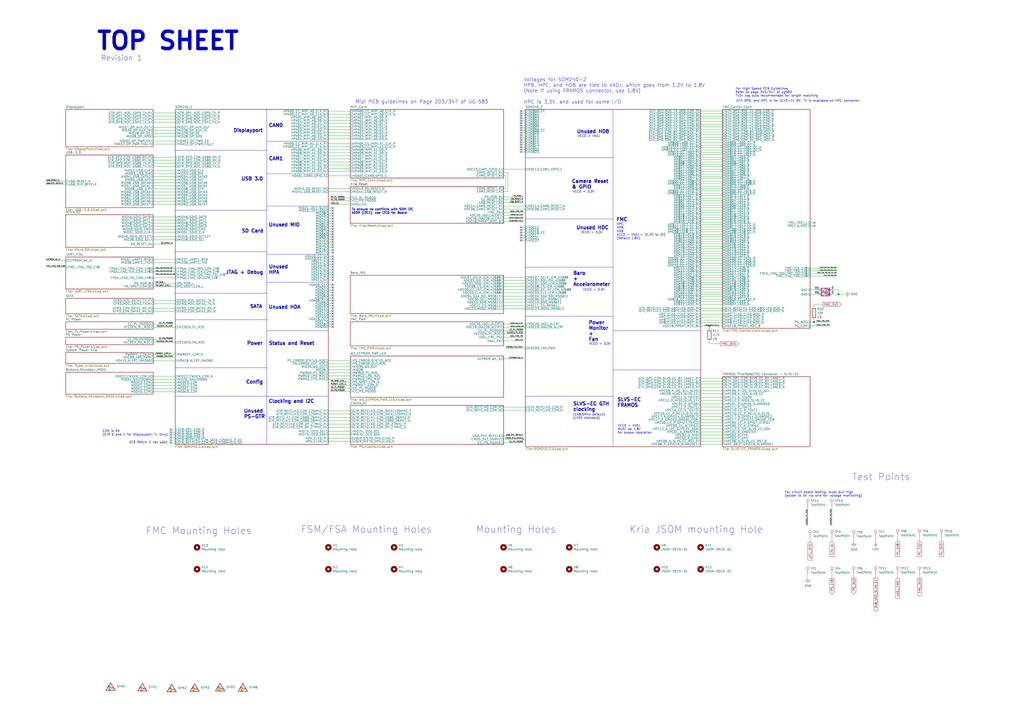
<source format=kicad_sch>
(kicad_sch (version 20230121) (generator eeschema)
  (paper "A2")
  (title_block (title "Top Sheet") (date "2023-12-21") (rev "1.00") (company "ApotheoTech LLC") (comment 1 "SCH: APT-KRIA-FMC") (comment 2 "Author: Chance Reimer"))
  (junction (at 411.48 189.103))
  (junction (at 486.41 170.688))
  (junction (at 472.186 186.817))
  (no_connect (at 472.44 129.159))
  (no_connect (at 193.04 154.813))
  (no_connect (at 193.04 126.746))
  (no_connect (at 193.04 168.275))
  (no_connect (at 193.04 141.986))
  (no_connect (at 193.04 180.467))
  (no_connect (at 193.04 160.909))
  (no_connect (at 302.26 134.874))
  (no_connect (at 193.04 129.794))
  (no_connect (at 99.06 249.174))
  (no_connect (at 193.04 156.337))
  (no_connect (at 193.04 128.27))
  (no_connect (at 302.26 64.389))
  (no_connect (at 193.04 189.611))
  (no_connect (at 193.04 122.174))
  (no_connect (at 302.26 79.756))
  (no_connect (at 302.26 133.35))
  (no_connect (at 302.26 72.771))
  (no_connect (at 193.04 131.318))
  (no_connect (at 303.53 254.762))
  (no_connect (at 302.26 137.922))
  (no_connect (at 99.06 253.746))
  (no_connect (at 193.04 143.51))
  (no_connect (at 193.04 169.799))
  (no_connect (at 193.04 171.323))
  (no_connect (at 302.26 83.947))
  (no_connect (at 193.04 138.938))
  (no_connect (at 302.26 78.359))
  (no_connect (at 302.26 136.398))
  (no_connect (at 193.04 186.563))
  (no_connect (at 302.26 131.826))
  (no_connect (at 99.06 255.27))
  (no_connect (at 193.04 120.65))
  (no_connect (at 472.44 130.937))
  (no_connect (at 302.26 69.977))
  (no_connect (at 302.26 75.565))
  (no_connect (at 302.26 65.786))
  (no_connect (at 302.26 139.446))
  (no_connect (at 193.04 159.385))
  (no_connect (at 99.06 250.698))
  (no_connect (at 302.26 81.153))
  (no_connect (at 193.04 146.558))
  (no_connect (at 302.26 74.168))
  (no_connect (at 193.04 145.034))
  (no_connect (at 193.04 175.895))
  (no_connect (at 193.04 150.241))
  (no_connect (at 193.04 174.371))
  (no_connect (at 193.04 135.89))
  (no_connect (at 302.26 76.962))
  (no_connect (at 193.04 151.765))
  (no_connect (at 302.26 68.58))
  (no_connect (at 193.04 134.366))
  (no_connect (at 302.26 88.138))
  (no_connect (at 302.26 82.55))
  (no_connect (at 193.04 162.433))
  (no_connect (at 302.26 86.741))
  (no_connect (at 193.04 132.842))
  (no_connect (at 193.04 153.289))
  (no_connect (at 193.04 137.414))
  (no_connect (at 193.04 178.943))
  (no_connect (at 193.04 140.462))
  (no_connect (at 302.26 71.374))
  (no_connect (at 99.06 252.222))
  (no_connect (at 193.04 177.419))
  (no_connect (at 193.04 181.991))
  (no_connect (at 193.04 183.515))
  (no_connect (at 193.04 157.861))
  (no_connect (at 193.04 148.717))
  (no_connect (at 193.04 165.227))
  (no_connect (at 99.06 256.794))
  (no_connect (at 193.04 185.039))
  (no_connect (at 302.26 85.344))
  (no_connect (at 193.04 166.751))
  (no_connect (at 193.04 188.087))
  (no_connect (at 302.26 67.183))
  (no_connect (at 193.04 123.698))
  (no_connect (at 193.04 125.222))
  (no_connect (at 193.04 172.847))
  (wire (pts (xy 101.6 174.371) (xy 88.9 174.371)))
  (wire (pts (xy 88.9 207.264) (xy 100.33 207.264)))
  (wire (pts (xy 303.53 123.19) (xy 292.1 123.19)))
  (wire (pts (xy 419.1 133.096) (xy 406.4 133.096)))
  (polyline (pts (xy 154.813 63.5) (xy 154.813 257.81)))
  (wire (pts (xy 419.1 241.681) (xy 406.4 241.681)))
  (wire (pts (xy 191.77 118.491) (xy 203.2 118.491)))
  (wire (pts (xy 101.6 150.495) (xy 88.9 150.495)))
  (wire (pts (xy 546.1 311.15) (xy 546.1 313.69)))
  (wire (pts (xy 419.1 105.156) (xy 406.4 105.156)))
  (wire (pts (xy 190.5 254.254) (xy 203.2 254.254)))
  (wire (pts (xy 101.6 221.869) (xy 88.9 221.869)))
  (wire (pts (xy 508 311.658) (xy 508 314.198)))
  (wire (pts (xy 101.6 164.465) (xy 88.9 164.465)))
  (wire (pts (xy 419.1 81.153) (xy 406.4 81.153)))
  (wire (pts (xy 88.9 77.343) (xy 101.6 77.343)))
  (wire (pts (xy 292.1 179.07) (xy 304.8 179.07)))
  (wire (pts (xy 419.1 187.198) (xy 406.4 187.198)))
  (wire (pts (xy 190.5 101.981) (xy 203.2 101.981)))
  (wire (pts (xy 292.1 175.387) (xy 304.8 175.387)))
  (wire (pts (xy 101.6 139.065) (xy 88.9 139.065)))
  (wire (pts (xy 101.6 189.738) (xy 88.9 189.738)))
  (wire (pts (xy 419.1 82.804) (xy 406.4 82.804)))
  (wire (pts (xy 101.6 98.933) (xy 88.9 98.933)))
  (wire (pts (xy 304.8 136.398) (xy 302.26 136.398)))
  (wire (pts (xy 304.8 71.374) (xy 302.26 71.374)))
  (wire (pts (xy 190.5 140.462) (xy 193.04 140.462)))
  (wire (pts (xy 190.5 238.379) (xy 203.2 238.379)))
  (wire (pts (xy 304.8 82.55) (xy 302.26 82.55)))
  (wire (pts (xy 190.5 219.837) (xy 203.2 219.837)))
  (wire (pts (xy 419.1 107.95) (xy 406.4 107.95)))
  (wire (pts (xy 419.1 221.107) (xy 406.4 221.107)))
  (wire (pts (xy 190.5 247.777) (xy 203.2 247.777)))
  (wire (pts (xy 292.1 101.854) (xy 293.37 101.854)))
  (wire (pts (xy 419.1 224.536) (xy 406.4 224.536)))
  (wire (pts (xy 190.5 256.032) (xy 203.2 256.032)))
  (wire (pts (xy 419.1 176.403) (xy 406.4 176.403)))
  (wire (pts (xy 190.5 99.314) (xy 203.2 99.314)))
  (wire (pts (xy 101.6 100.711) (xy 88.9 100.711)))
  (wire (pts (xy 38.1 105.156) (xy 26.67 105.156)))
  (wire (pts (xy 190.5 180.467) (xy 193.04 180.467)))
  (wire (pts (xy 190.5 86.868) (xy 203.2 86.868)))
  (wire (pts (xy 190.5 157.861) (xy 193.04 157.861)))
  (wire (pts (xy 419.1 75.057) (xy 406.4 75.057)))
  (wire (pts (xy 469.9 130.937) (xy 472.44 130.937)))
  (wire (pts (xy 419.1 102.362) (xy 406.4 102.362)))
  (wire (pts (xy 101.6 250.698) (xy 99.06 250.698)))
  (wire (pts (xy 190.5 76.962) (xy 203.2 76.962)))
  (wire (pts (xy 190.5 240.157) (xy 203.2 240.157)))
  (wire (pts (xy 419.1 175.006) (xy 406.4 175.006)))
  (wire (pts (xy 419.1 234.315) (xy 406.4 234.315)))
  (wire (pts (xy 292.1 254.762) (xy 303.53 254.762)))
  (wire (pts (xy 304.8 67.183) (xy 302.26 67.183)))
  (wire (pts (xy 190.5 166.751) (xy 193.04 166.751)))
  (wire (pts (xy 419.1 128.905) (xy 406.4 128.905)))
  (wire (pts (xy 190.5 242.189) (xy 203.2 242.189)))
  (wire (pts (xy 304.8 83.947) (xy 302.26 83.947)))
  (wire (pts (xy 190.5 126.746) (xy 193.04 126.746)))
  (wire (pts (xy 419.1 237.871) (xy 406.4 237.871)))
  (wire (pts (xy 469.9 311.658) (xy 469.9 314.198)))
  (wire (pts (xy 486.41 170.688) (xy 482.6 170.688)))
  (polyline (pts (xy 154.813 100.711) (xy 190.5 100.711)))
  (wire (pts (xy 472.186 185.42) (xy 472.186 186.817)))
  (wire (pts (xy 190.5 156.337) (xy 193.04 156.337)))
  (wire (pts (xy 419.1 123.317) (xy 406.4 123.317)))
  (wire (pts (xy 419.1 109.347) (xy 406.4 109.347)))
  (wire (pts (xy 472.186 176.53) (xy 472.186 177.8)))
  (wire (pts (xy 101.6 111.379) (xy 88.9 111.379)))
  (wire (pts (xy 190.5 90.424) (xy 203.2 90.424)))
  (wire (pts (xy 190.5 146.558) (xy 193.04 146.558)))
  (wire (pts (xy 101.6 223.647) (xy 88.9 223.647)))
  (wire (pts (xy 190.5 135.89) (xy 193.04 135.89)))
  (wire (pts (xy 419.1 86.995) (xy 406.4 86.995)))
  (wire (pts (xy 203.2 116.332) (xy 191.77 116.332)))
  (wire (pts (xy 190.5 183.515) (xy 193.04 183.515)))
  (polyline (pts (xy 190.5 147.574) (xy 154.813 147.574)))
  (wire (pts (xy 419.1 169.418) (xy 406.4 169.418)))
  (wire (pts (xy 520.7 332.74) (xy 520.7 335.28)))
  (wire (pts (xy 419.1 155.448) (xy 406.4 155.448)))
  (wire (pts (xy 469.9 158.623) (xy 485.14 158.623)))
  (wire (pts (xy 419.1 88.392) (xy 406.4 88.392)))
  (wire (pts (xy 486.41 170.688) (xy 490.22 170.688)))
  (polyline (pts (xy 101.6 213.36) (xy 154.813 213.36)))
  (wire (pts (xy 419.1 72.009) (xy 406.4 72.009)))
  (wire (pts (xy 101.6 134.747) (xy 88.9 134.747)))
  (wire (pts (xy 304.8 131.826) (xy 302.26 131.826)))
  (wire (pts (xy 304.8 74.168) (xy 302.26 74.168)))
  (wire (pts (xy 419.1 152.654) (xy 406.4 152.654)))
  (wire (pts (xy 293.37 201.93) (xy 304.8 201.93)))
  (wire (pts (xy 292.1 171.831) (xy 304.8 171.831)))
  (polyline (pts (xy 355.6 63.5) (xy 355.6 259.08)))
  (wire (pts (xy 419.1 257.683) (xy 406.4 257.683)))
  (wire (pts (xy 469.9 157.099) (xy 485.14 157.099)))
  (polyline (pts (xy 190.5 191.77) (xy 154.813 191.77)))
  (wire (pts (xy 419.1 247.015) (xy 406.4 247.015)))
  (wire (pts (xy 419.1 113.538) (xy 406.4 113.538)))
  (wire (pts (xy 303.53 124.968) (xy 292.1 124.968)))
  (wire (pts (xy 88.9 94.742) (xy 101.6 94.742)))
  (polyline (pts (xy 304.8 154.94) (xy 355.6 154.94)))
  (wire (pts (xy 419.1 254.127) (xy 406.4 254.127)))
  (wire (pts (xy 190.5 143.51) (xy 193.04 143.51)))
  (wire (pts (xy 190.5 153.289) (xy 193.04 153.289)))
  (wire (pts (xy 411.48 190.5) (xy 411.48 189.103)))
  (wire (pts (xy 419.1 106.553) (xy 406.4 106.553)))
  (wire (pts (xy 101.6 155.829) (xy 88.9 155.829)))
  (wire (pts (xy 419.1 185.674) (xy 406.4 185.674)))
  (wire (pts (xy 190.5 154.813) (xy 193.04 154.813)))
  (wire (pts (xy 190.5 165.227) (xy 193.04 165.227)))
  (wire (pts (xy 419.1 226.695) (xy 406.4 226.695)))
  (wire (pts (xy 88.9 92.964) (xy 101.6 92.964)))
  (wire (pts (xy 419.1 103.759) (xy 406.4 103.759)))
  (polyline (pts (xy 304.8 229.87) (xy 355.6 229.87)))
  (wire (pts (xy 203.2 114.808) (xy 191.77 114.808)))
  (wire (pts (xy 190.5 169.799) (xy 193.04 169.799)))
  (wire (pts (xy 101.6 205.613) (xy 88.9 205.613)))
  (wire (pts (xy 419.1 161.036) (xy 406.4 161.036)))
  (wire (pts (xy 190.5 134.366) (xy 193.04 134.366)))
  (wire (pts (xy 190.5 172.847) (xy 193.04 172.847)))
  (wire (pts (xy 88.9 67.31) (xy 101.6 67.31)))
  (wire (pts (xy 419.1 130.302) (xy 406.4 130.302)))
  (wire (pts (xy 419.1 163.83) (xy 406.4 163.83)))
  (wire (pts (xy 190.5 250.19) (xy 203.2 250.19)))
  (wire (pts (xy 190.5 66.294) (xy 203.2 66.294)))
  (wire (pts (xy 292.1 162.687) (xy 304.8 162.687)))
  (wire (pts (xy 419.1 228.473) (xy 406.4 228.473)))
  (wire (pts (xy 190.5 159.385) (xy 193.04 159.385)))
  (wire (pts (xy 88.9 96.52) (xy 101.6 96.52)))
  (wire (pts (xy 419.1 134.493) (xy 406.4 134.493)))
  (wire (pts (xy 190.5 88.646) (xy 203.2 88.646)))
  (wire (pts (xy 190.5 214.503) (xy 203.2 214.503)))
  (wire (pts (xy 190.5 218.059) (xy 203.2 218.059)))
  (wire (pts (xy 419.1 78.105) (xy 406.4 78.105)))
  (wire (pts (xy 190.5 92.202) (xy 203.2 92.202)))
  (wire (pts (xy 303.53 197.739) (xy 292.1 197.739)))
  (wire (pts (xy 292.1 187.96) (xy 304.8 187.96)))
  (wire (pts (xy 190.5 123.698) (xy 193.04 123.698)))
  (wire (pts (xy 190.5 216.281) (xy 203.2 216.281)))
  (wire (pts (xy 38.1 151.13) (xy 26.67 151.13)))
  (wire (pts (xy 411.48 199.39) (xy 417.83 199.39)))
  (polyline (pts (xy 190.5 163.83) (xy 154.813 163.83)))
  (wire (pts (xy 190.5 73.406) (xy 203.2 73.406)))
  (wire (pts (xy 411.48 198.12) (xy 411.48 199.39)))
  (wire (pts (xy 101.6 227.203) (xy 88.9 227.203)))
  (wire (pts (xy 520.7 311.15) (xy 520.7 313.69)))
  (wire (pts (xy 419.1 119.126) (xy 406.4 119.126)))
  (wire (pts (xy 469.9 155.575) (xy 485.14 155.575)))
  (wire (pts (xy 190.5 111.252) (xy 203.2 111.252)))
  (wire (pts (xy 419.1 92.583) (xy 406.4 92.583)))
  (wire (pts (xy 203.2 226.949) (xy 191.77 226.949)))
  (wire (pts (xy 419.1 154.051) (xy 406.4 154.051)))
  (wire (pts (xy 294.64 110.998) (xy 294.64 100.076)))
  (wire (pts (xy 303.53 195.58) (xy 292.1 195.58)))
  (polyline (pts (xy 304.8 127) (xy 355.6 127)))
  (wire (pts (xy 304.8 86.741) (xy 302.26 86.741)))
  (wire (pts (xy 419.1 138.684) (xy 406.4 138.684)))
  (wire (pts (xy 304.8 134.874) (xy 302.26 134.874)))
  (wire (pts (xy 304.8 81.153) (xy 302.26 81.153)))
  (wire (pts (xy 304.8 65.786) (xy 302.26 65.786)))
  (wire (pts (xy 203.2 225.171) (xy 191.77 225.171)))
  (wire (pts (xy 292.1 119.507) (xy 304.8 119.507)))
  (wire (pts (xy 190.5 75.184) (xy 203.2 75.184)))
  (wire (pts (xy 482.6 332.867) (xy 482.6 335.407)))
  (wire (pts (xy 482.6 168.148) (xy 486.41 168.148)))
  (polyline (pts (xy 101.6 146.05) (xy 154.813 146.05)))
  (wire (pts (xy 190.5 120.65) (xy 193.04 120.65)))
  (wire (pts (xy 190.5 85.09) (xy 203.2 85.09)))
  (wire (pts (xy 419.1 166.624) (xy 406.4 166.624)))
  (wire (pts (xy 419.1 148.463) (xy 406.4 148.463)))
  (polyline (pts (xy 101.6 170.18) (xy 154.813 170.18)))
  (wire (pts (xy 294.64 100.076) (xy 292.1 100.076)))
  (wire (pts (xy 482.6 311.531) (xy 482.6 314.071)))
  (wire (pts (xy 190.5 212.725) (xy 203.2 212.725)))
  (wire (pts (xy 419.1 126.111) (xy 406.4 126.111)))
  (wire (pts (xy 101.6 176.149) (xy 88.9 176.149)))
  (wire (pts (xy 419.1 156.845) (xy 406.4 156.845)))
  (wire (pts (xy 419.1 110.744) (xy 406.4 110.744)))
  (wire (pts (xy 101.6 249.174) (xy 99.06 249.174)))
  (wire (pts (xy 292.1 114.3) (xy 303.53 114.3)))
  (wire (pts (xy 88.9 79.121) (xy 101.6 79.121)))
  (wire (pts (xy 419.1 68.961) (xy 406.4 68.961)))
  (wire (pts (xy 419.1 76.581) (xy 406.4 76.581)))
  (wire (pts (xy 411.48 189.103) (xy 406.4 189.103)))
  (wire (pts (xy 101.6 152.273) (xy 88.9 152.273)))
  (wire (pts (xy 419.1 121.92) (xy 406.4 121.92)))
  (wire (pts (xy 88.9 187.96) (xy 100.33 187.96)))
  (wire (pts (xy 419.1 182.372) (xy 406.4 182.372)))
  (wire (pts (xy 101.6 256.794) (xy 99.06 256.794)))
  (wire (pts (xy 292.1 164.465) (xy 304.8 164.465)))
  (wire (pts (xy 419.1 112.141) (xy 406.4 112.141)))
  (wire (pts (xy 101.6 132.969) (xy 88.9 132.969)))
  (wire (pts (xy 419.1 250.571) (xy 406.4 250.571)))
  (wire (pts (xy 482.6 293.497) (xy 482.6 304.8)))
  (wire (pts (xy 419.1 159.639) (xy 406.4 159.639)))
  (wire (pts (xy 190.5 129.794) (xy 193.04 129.794)))
  (wire (pts (xy 101.6 198.628) (xy 88.9 198.628)))
  (wire (pts (xy 419.1 245.237) (xy 406.4 245.237)))
  (wire (pts (xy 292.1 236.22) (xy 304.8 236.22)))
  (wire (pts (xy 304.8 88.138) (xy 302.26 88.138)))
  (wire (pts (xy 292.1 98.171) (xy 304.8 98.171)))
  (polyline (pts (xy 101.6 121.92) (xy 154.813 121.92)))
  (wire (pts (xy 101.6 113.157) (xy 88.9 113.157)))
  (wire (pts (xy 419.1 96.774) (xy 406.4 96.774)))
  (wire (pts (xy 419.1 248.793) (xy 406.4 248.793)))
  (wire (pts (xy 190.5 210.947) (xy 203.2 210.947)))
  (wire (pts (xy 419.1 232.283) (xy 406.4 232.283)))
  (wire (pts (xy 292.1 189.738) (xy 304.8 189.738)))
  (wire (pts (xy 419.1 178.816) (xy 406.4 178.816)))
  (wire (pts (xy 292.1 191.77) (xy 303.53 191.77)))
  (wire (pts (xy 419.1 120.523) (xy 406.4 120.523)))
  (wire (pts (xy 190.5 64.516) (xy 203.2 64.516)))
  (wire (pts (xy 190.5 189.611) (xy 193.04 189.611)))
  (wire (pts (xy 304.8 64.389) (xy 302.26 64.389)))
  (wire (pts (xy 190.5 109.474) (xy 203.2 109.474)))
  (wire (pts (xy 419.1 144.272) (xy 406.4 144.272)))
  (wire (pts (xy 304.8 137.922) (xy 302.26 137.922)))
  (wire (pts (xy 190.5 83.312) (xy 203.2 83.312)))
  (wire (pts (xy 190.5 188.087) (xy 193.04 188.087)))
  (wire (pts (xy 190.5 138.938) (xy 193.04 138.938)))
  (wire (pts (xy 88.9 75.565) (xy 101.6 75.565)))
  (wire (pts (xy 481.33 189.103) (xy 469.9 189.103)))
  (wire (pts (xy 190.5 171.323) (xy 193.04 171.323)))
  (wire (pts (xy 88.9 141.605) (xy 100.33 141.605)))
  (wire (pts (xy 88.9 83.566) (xy 101.6 83.566)))
  (wire (pts (xy 88.9 65.532) (xy 101.6 65.532)))
  (wire (pts (xy 419.1 135.89) (xy 406.4 135.89)))
  (wire (pts (xy 419.1 149.86) (xy 406.4 149.86)))
  (wire (pts (xy 477.266 176.53) (xy 472.186 176.53)))
  (wire (pts (xy 88.9 73.787) (xy 101.6 73.787)))
  (wire (pts (xy 292.1 117.602) (xy 303.53 117.602)))
  (wire (pts (xy 419.1 141.478) (xy 406.4 141.478)))
  (wire (pts (xy 190.5 243.967) (xy 203.2 243.967)))
  (wire (pts (xy 495.3 332.74) (xy 495.3 335.28)))
  (wire (pts (xy 419.1 131.699) (xy 406.4 131.699)))
  (wire (pts (xy 101.6 161.163) (xy 88.9 161.163)))
  (wire (pts (xy 419.1 127.508) (xy 406.4 127.508)))
  (wire (pts (xy 190.5 131.318) (xy 193.04 131.318)))
  (wire (pts (xy 293.37 101.854) (xy 293.37 109.347)))
  (wire (pts (xy 419.1 65.913) (xy 406.4 65.913)))
  (wire (pts (xy 190.5 145.034) (xy 193.04 145.034)))
  (wire (pts (xy 101.6 116.713) (xy 88.9 116.713)))
  (wire (pts (xy 304.8 72.771) (xy 302.26 72.771)))
  (wire (pts (xy 419.1 137.287) (xy 406.4 137.287)))
  (wire (pts (xy 101.6 114.935) (xy 88.9 114.935)))
  (wire (pts (xy 495.3 311.785) (xy 495.3 314.325)))
  (wire (pts (xy 101.6 125.857) (xy 88.9 125.857)))
  (polyline (pts (xy 304.8 183.515) (xy 355.6 183.515)))
  (wire (pts (xy 419.1 219.456) (xy 406.4 219.456)))
  (wire (pts (xy 190.5 181.991) (xy 193.04 181.991)))
  (wire (pts (xy 533.4 311.15) (xy 533.4 313.69)))
  (wire (pts (xy 88.9 81.788) (xy 101.6 81.788)))
  (wire (pts (xy 190.5 132.842) (xy 193.04 132.842)))
  (wire (pts (xy 419.1 89.789) (xy 406.4 89.789)))
  (wire (pts (xy 292.1 169.799) (xy 304.8 169.799)))
  (wire (pts (xy 419.1 255.905) (xy 406.4 255.905)))
  (wire (pts (xy 303.53 126.746) (xy 292.1 126.746)))
  (wire (pts (xy 508 332.74) (xy 508 335.28)))
  (wire (pts (xy 101.6 253.746) (xy 99.06 253.746)))
  (wire (pts (xy 101.6 107.823) (xy 88.9 107.823)))
  (wire (pts (xy 101.6 127.635) (xy 88.9 127.635)))
  (wire (pts (xy 190.5 251.968) (xy 203.2 251.968)))
  (wire (pts (xy 468.63 332.867) (xy 468.63 335.407)))
  (wire (pts (xy 190.5 68.072) (xy 203.2 68.072)))
  (wire (pts (xy 190.5 178.943) (xy 193.04 178.943)))
  (wire (pts (xy 419.1 158.242) (xy 406.4 158.242)))
  (wire (pts (xy 293.37 109.347) (xy 292.1 109.347)))
  (wire (pts (xy 419.1 170.815) (xy 406.4 170.815)))
  (wire (pts (xy 190.5 71.628) (xy 203.2 71.628)))
  (wire (pts (xy 419.1 124.714) (xy 406.4 124.714)))
  (wire (pts (xy 419.1 151.257) (xy 406.4 151.257)))
  (wire (pts (xy 419.1 183.896) (xy 406.4 183.896)))
  (polyline (pts (xy 154.813 81.915) (xy 190.5 81.915)))
  (wire (pts (xy 101.6 220.091) (xy 88.9 220.091)))
  (wire (pts (xy 419.1 180.34) (xy 406.4 180.34)))
  (wire (pts (xy 533.4 332.74) (xy 533.4 335.28)))
  (polyline (pts (xy 101.6 87.122) (xy 154.813 87.122)))
  (wire (pts (xy 419.1 142.875) (xy 406.4 142.875)))
  (wire (pts (xy 190.5 151.765) (xy 193.04 151.765)))
  (wire (pts (xy 304.8 78.359) (xy 302.26 78.359)))
  (wire (pts (xy 419.1 85.598) (xy 406.4 85.598)))
  (wire (pts (xy 419.1 98.171) (xy 406.4 98.171)))
  (wire (pts (xy 292.1 115.951) (xy 303.53 115.951)))
  (wire (pts (xy 190.5 137.414) (xy 193.04 137.414)))
  (wire (pts (xy 88.9 196.85) (xy 100.33 196.85)))
  (polyline (pts (xy 304.8 91.44) (xy 355.6 91.44)))
  (wire (pts (xy 190.5 97.536) (xy 203.2 97.536)))
  (wire (pts (xy 190.5 174.371) (xy 193.04 174.371)))
  (wire (pts (xy 88.9 91.186) (xy 101.6 91.186)))
  (wire (pts (xy 190.5 150.241) (xy 193.04 150.241)))
  (wire (pts (xy 101.6 129.413) (xy 88.9 129.413)))
  (wire (pts (xy 419.1 243.459) (xy 406.4 243.459)))
  (wire (pts (xy 292.1 168.021) (xy 304.8 168.021)))
  (wire (pts (xy 101.6 109.601) (xy 88.9 109.601)))
  (wire (pts (xy 101.6 104.267) (xy 88.9 104.267)))
  (wire (pts (xy 474.98 170.688) (xy 469.9 170.688)))
  (wire (pts (xy 292.1 252.857) (xy 303.53 252.857)))
  (wire (pts (xy 472.186 186.817) (xy 481.33 186.817)))
  (wire (pts (xy 304.8 139.446) (xy 302.26 139.446)))
  (wire (pts (xy 419.1 145.669) (xy 406.4 145.669)))
  (wire (pts (xy 419.1 236.093) (xy 406.4 236.093)))
  (wire (pts (xy 190.5 168.275) (xy 193.04 168.275)))
  (wire (pts (xy 303.53 193.548) (xy 292.1 193.548)))
  (wire (pts (xy 190.5 125.222) (xy 193.04 125.222)))
  (wire (pts (xy 419.1 230.505) (xy 406.4 230.505)))
  (polyline (pts (xy 101.6 229.87) (xy 190.5 229.87)))
  (wire (pts (xy 101.6 102.489) (xy 88.9 102.489)))
  (wire (pts (xy 304.8 85.344) (xy 302.26 85.344)))
  (wire (pts (xy 101.6 180.594) (xy 88.9 180.594)))
  (wire (pts (xy 190.5 175.895) (xy 193.04 175.895)))
  (wire (pts (xy 190.5 80.518) (xy 203.2 80.518)))
  (wire (pts (xy 190.5 186.563) (xy 193.04 186.563)))
  (wire (pts (xy 190.5 177.419) (xy 193.04 177.419)))
  (wire (pts (xy 469.9 129.159) (xy 472.44 129.159)))
  (wire (pts (xy 419.1 189.103) (xy 411.48 189.103)))
  (wire (pts (xy 304.8 75.565) (xy 302.26 75.565)))
  (wire (pts (xy 419.1 116.332) (xy 406.4 116.332)))
  (wire (pts (xy 190.5 78.74) (xy 203.2 78.74)))
  (wire (pts (xy 419.1 93.98) (xy 406.4 93.98)))
  (wire (pts (xy 419.1 95.377) (xy 406.4 95.377)))
  (wire (pts (xy 190.5 162.433) (xy 193.04 162.433)))
  (wire (pts (xy 419.1 99.568) (xy 406.4 99.568)))
  (wire (pts (xy 419.1 79.629) (xy 406.4 79.629)))
  (wire (pts (xy 419.1 73.533) (xy 406.4 73.533)))
  (wire (pts (xy 419.1 100.965) (xy 406.4 100.965)))
  (wire (pts (xy 419.1 168.021) (xy 406.4 168.021)))
  (wire (pts (xy 203.2 221.615) (xy 191.77 221.615)))
  (polyline (pts (xy 101.6 185.42) (xy 154.813 185.42)))
  (wire (pts (xy 190.5 209.169) (xy 203.2 209.169)))
  (wire (pts (xy 101.6 157.607) (xy 88.9 157.607)))
  (wire (pts (xy 101.6 137.287) (xy 88.9 137.287)))
  (wire (pts (xy 38.1 154.94) (xy 26.67 154.94)))
  (wire (pts (xy 419.1 147.066) (xy 406.4 147.066)))
  (wire (pts (xy 190.5 160.909) (xy 193.04 160.909)))
  (wire (pts (xy 469.9 160.147) (xy 485.14 160.147)))
  (wire (pts (xy 292.1 256.794) (xy 303.53 256.794)))
  (wire (pts (xy 190.5 245.999) (xy 203.2 245.999)))
  (wire (pts (xy 203.2 223.393) (xy 191.77 223.393)))
  (wire (pts (xy 303.53 128.524) (xy 292.1 128.524)))
  (wire (pts (xy 101.6 255.27) (xy 99.06 255.27)))
  (wire (pts (xy 190.5 122.174) (xy 193.04 122.174)))
  (polyline (pts (xy 154.813 119.507) (xy 190.5 119.507)))
  (wire (pts (xy 88.9 70.866) (xy 101.6 70.866)))
  (wire (pts (xy 190.5 141.986) (xy 193.04 141.986)))
  (wire (pts (xy 101.6 209.169) (xy 88.9 209.169)))
  (wire (pts (xy 190.5 128.27) (xy 193.04 128.27)))
  (wire (pts (xy 190.5 148.717) (xy 193.04 148.717)))
  (wire (pts (xy 486.41 168.148) (xy 486.41 170.688)))
  (wire (pts (xy 304.8 68.58) (xy 302.26 68.58)))
  (wire (pts (xy 419.1 67.437) (xy 406.4 67.437)))
  (wire (pts (xy 292.1 166.243) (xy 304.8 166.243)))
  (wire (pts (xy 292.1 110.998) (xy 294.64 110.998)))
  (wire (pts (xy 304.8 69.977) (xy 302.26 69.977)))
  (wire (pts (xy 304.8 76.962) (xy 302.26 76.962)))
  (wire (pts (xy 474.98 168.148) (xy 469.9 168.148)))
  (wire (pts (xy 190.5 69.85) (xy 203.2 69.85)))
  (wire (pts (xy 101.6 118.491) (xy 88.9 118.491)))
  (wire (pts (xy 419.1 117.729) (xy 406.4 117.729)))
  (wire (pts (xy 190.5 185.039) (xy 193.04 185.039)))
  (wire (pts (xy 468.63 293.497) (xy 468.63 304.8)))
  (wire (pts (xy 190.5 95.758) (xy 203.2 95.758)))
  (wire (pts (xy 292.1 173.609) (xy 304.8 173.609)))
  (wire (pts (xy 419.1 84.201) (xy 406.4 84.201)))
  (wire (pts (xy 419.1 165.227) (xy 406.4 165.227)))
  (wire (pts (xy 38.1 106.934) (xy 26.67 106.934)))
  (wire (pts (xy 419.1 140.081) (xy 406.4 140.081)))
  (wire (pts (xy 101.6 252.222) (xy 99.06 252.222)))
  (wire (pts (xy 419.1 222.758) (xy 406.4 222.758)))
  (wire (pts (xy 292.1 121.285) (xy 304.8 121.285)))
  (wire (pts (xy 292.1 208.153) (xy 303.53 208.153)))
  (wire (pts (xy 304.8 79.756) (xy 302.26 79.756)))
  (wire (pts (xy 419.1 239.903) (xy 406.4 239.903)))
  (wire (pts (xy 419.1 173.609) (xy 406.4 173.609)))
  (wire (pts (xy 419.1 114.935) (xy 406.4 114.935)))
  (wire (pts (xy 88.9 69.088) (xy 101.6 69.088)))
  (wire (pts (xy 101.6 218.313) (xy 88.9 218.313)))
  (polyline (pts (xy 355.6 191.77) (xy 406.4 191.77)))
  (wire (pts (xy 190.5 93.98) (xy 203.2 93.98)))
  (wire (pts (xy 292.1 160.909) (xy 304.8 160.909)))
  (polyline (pts (xy 406.4 214.63) (xy 355.6 214.63)))
  (wire (pts (xy 304.8 133.35) (xy 302.26 133.35)))
  (wire (pts (xy 101.6 106.045) (xy 88.9 106.045)))
  (wire (pts (xy 292.1 237.998) (xy 304.8 237.998)))
  (wire (pts (xy 419.1 64.389) (xy 406.4 64.389)))
  (wire (pts (xy 469.9 186.817) (xy 472.186 186.817)))
  (wire (pts (xy 101.6 131.191) (xy 88.9 131.191)))
  (wire (pts (xy 419.1 70.485) (xy 406.4 70.485)))
  (wire (pts (xy 419.1 91.186) (xy 406.4 91.186)))
  (wire (pts (xy 101.6 166.243) (xy 88.9 166.243)))
  (wire (pts (xy 419.1 252.349) (xy 406.4 252.349)))
  (wire (pts (xy 101.6 178.816) (xy 88.9 178.816)))
  (wire (pts (xy 101.6 159.385) (xy 90.17 159.385)))
  (wire (pts (xy 419.1 172.212) (xy 406.4 172.212)))
  (wire (pts (xy 88.9 225.425) (xy 101.6 225.425)))
  (wire (pts (xy 292.1 177.292) (xy 304.8 177.292)))
  (wire (pts (xy 419.1 162.433) (xy 406.4 162.433)))
  (text "VCCO = VADJ" (at 335.026 79.756 0) (effects (font (size 1.27 1.27)) (justify left bottom)))
  (text "SLVS-EC\nFRAMOS" (at 358.013 236.347 0) (effects (font (size 2.0066 2.0066) (thickness 0.4013) bold) (justify left bottom)))
  (text "VCCO = 3.3V" (at 332.105 112.014 0) (effects (font (size 1.27 1.27)) (justify left bottom)))
  (text "For High Speed PCB Guidelines\nRefer to page 315/347 of ug583\nTl;Dr Jog outs recommended for length matching" (at 426.593 56.388 0) (effects (font (size 1.27 1.27)) (justify left bottom)))
  (text "SD Card" (at 140.081 135.255 0) (effects (font (size 2.0066 2.0066) (thickness 0.4013) bold) (justify left bottom)))
  (text "Power" (at 143.129 200.406 0) (effects (font (size 2.0066 2.0066) (thickness 0.4013) bold) (justify left bottom)))
  (text "(148.5MHz default)\n(LVDS standard)" (at 332.359 243.332 0) (effects (font (size 1.27 1.27)) (justify left bottom)))
  (text "Unused HDA" (at 155.702 179.451 0) (effects (font (size 2.0066 2.0066) (thickness 0.4013) bold) (justify left bottom)))
  (text "Baro \n+\nAccelerometer" (at 332.359 166.243 0) (effects (font (size 2.0066 2.0066) (thickness 0.4013) bold) (justify left bottom)))
  (text "To ensure no conflicts with SOM I2C \nADDR (I2C1), use I2C0 for Board" (at 203.835 124.333 0) (effects (font (size 1.27 1.27) (thickness 0.254) bold) (justify left bottom)))
  (text "VCCO = 3.3V" (at 336.804 135.636 0) (effects (font (size 1.27 1.27)) (justify left bottom)))
  (text "Mipi PCB guidelines on Page 203/347 of UG 583" (at 206.121 60.325 0) (effects (font (size 2.0066 2.0066)) (justify left bottom)))
  (text "Unused HDB" (at 334.518 77.597 0) (effects (font (size 2.0066 2.0066) (thickness 0.4013) bold) (justify left bottom)))
  (text "Clocking and I2C" (at 155.702 234.061 0) (effects (font (size 2.0066 2.0066) (thickness 0.4013) bold) (justify left bottom)))
  (text "FMC Mounting Holes" (at 84.582 310.388 0) (effects (font (size 3.9878 3.9878)) (justify left bottom)))
  (text "Config" (at 142.621 222.885 0) (effects (font (size 2.0066 2.0066) (thickness 0.4013) bold) (justify left bottom)))
  (text "USB 3.0" (at 139.827 105.029 0) (effects (font (size 2.0066 2.0066) (thickness 0.4013) bold) (justify left bottom)))
  (text "FMC" (at 357.505 128.651 0) (effects (font (size 2.0066 2.0066) (thickness 0.4013) bold) (justify left bottom)))
  (text "CAM0" (at 155.829 74.041 0) (effects (font (size 2.0066 2.0066) (thickness 0.4013) bold) (justify left bottom)))
  (text "Unused\nPS-GTR" (at 141.351 242.951 0) (effects (font (size 2.0066 2.0066) (thickness 0.4013) bold) (justify left bottom)))
  (text "Displayport" (at 135.255 76.962 0) (effects (font (size 2.0066 2.0066) (thickness 0.4013) bold) (justify left bottom)))
  (text "Kria JSOM mounting Hole" (at 364.998 309.626 0) (effects (font (size 3.9878 3.9878)) (justify left bottom)))
  (text "Test Points" (at 494.157 279.146 0) (effects (font (size 3.9878 3.9878)) (justify left bottom)))
  (text "VCCO = VADJ\nMUST be 1.8V \nfor proper operation" (at 358.267 251.841 0) (effects (font (size 1.27 1.27)) (justify left bottom)))
  (text "SATA" (at 144.907 179.07 0) (effects (font (size 2.0066 2.0066) (thickness 0.4013) bold) (justify left bottom)))
  (text "Revision 1" (at 58.547 35.56 0) (effects (font (size 2.9972 2.9972)) (justify left bottom)))
  (text "Voltages for SOM240-2\nHPB, HPC, and HDB are tied to VADJ, which goes from 1.2V to 1.8V \n(Note if using FRAMOS connector, use 1.8V)\n\nHPC is 3.3V, and used for some I/O" (at 303.657 60.452 0) (effects (font (size 2.0066 2.0066)) (justify left bottom)))
  (text "TOP SHEET" (at 55.372 29.718 0) (effects (font (size 10.0076 10.0076) (thickness 2.0015) bold) (justify left bottom)))
  (text "JTAG + Debug" (at 130.81 159.258 0) (effects (font (size 2.0066 2.0066) (thickness 0.4013) bold) (justify left bottom)))
  (text "FSM/FSA Mounting Holes" (at 174.498 309.626 0) (effects (font (size 3.9878 3.9878)) (justify left bottom)))
  (text "C2M is RX\n(GTR 0 and 1 for Displayport, Tx Only)" (at 59.436 252.984 0) (effects (font (size 1.27 1.27)) (justify left bottom)))
  (text "HPC, \nHPB,\nHDB \nVCCO = VADJ = {1.2V to 2V}\n(Default 1.8V)" (at 357.632 139.065 0) (effects (font (size 1.27 1.27)) (justify left bottom)))
  (text "GTR Refclk 2 not used" (at 74.93 257.429 0) (effects (font (size 1.27 1.27)) (justify left bottom)))
  (text "Unused\nHPA" (at 155.829 159.258 0) (effects (font (size 2.0066 2.0066) (thickness 0.4013) bold) (justify left bottom)))
  (text "Status and Reset" (at 155.829 200.406 0) (effects (font (size 2.0066 2.0066) (thickness 0.4013) bold) (justify left bottom)))
  (text "VCCO = 3.3V" (at 338.074 168.91 0) (effects (font (size 1.27 1.27)) (justify left bottom)))
  (text "CAM1" (at 155.829 93.345 0) (effects (font (size 2.0066 2.0066) (thickness 0.4013) bold) (justify left bottom)))
  (text "For circuit board testing, must pull high\n(solder to 5V via wire for voltage monitoring)" (at 455.168 288.417 0) (effects (font (size 1.27 1.27)) (justify left bottom)))
  (text "SLVS-EC GTH\nclocking" (at 332.359 238.76 0) (effects (font (size 2.0066 2.0066) (thickness 0.4013) bold) (justify left bottom)))
  (text "VCCO = 3.3V" (at 341.63 200.279 0) (effects (font (size 1.27 1.27)) (justify left bottom)))
  (text "Camera Reset\n& GPIO" (at 331.597 109.728 0) (effects (font (size 2.0066 2.0066) (thickness 0.4013) bold) (justify left bottom)))
  (text "Power\nMonitor \n+\nFan" (at 341.376 198.12 0) (effects (font (size 2.0066 2.0066) (thickness 0.4013) bold) (justify left bottom)))
  (text "GTH DP0, and DP1 is for SLVS-EC RX, TX is available on HPC connector" (at 427.101 59.309 0) (effects (font (size 1.27 1.27)) (justify left bottom)))
  (text "Mounting Holes" (at 276.098 309.626 0) (effects (font (size 3.9878 3.9878)) (justify left bottom)))
  (text "Unused MIO" (at 155.702 131.699 0) (effects (font (size 2.0066 2.0066) (thickness 0.4013) bold) (justify left bottom)))
  (text "Unused HDC" (at 334.137 133.35 0) (effects (font (size 2.0066 2.0066) (thickness 0.4013) bold) (justify left bottom)))
  (label "HDC19_INA226_ALERT" (at 295.91 189.738 0) (effects (font (size 0.508 0.508))))
  (label "USB_PHY_REFCLK" (at 303.53 252.857 180) (effects (font (size 0.762 0.762))))
  (label "SD_RESET_N" (at 303.53 115.951 180) (effects (font (size 0.762 0.762))))
  (label "PS_POR_L" (at 303.53 114.3 180) (effects (font (size 0.762 0.762))))
  (label "VCCOEN_PL_M2C" (at 468.63 304.8 90) (effects (font (size 0.762 0.762))))
  (label "FPGA_JTAG_TDO_FMC_TDI_1V8" (at 485.14 158.623 180) (effects (font (size 0.508 0.508))))
  (label "FPGA_JTAG_TMS_C2M_1V8" (at 485.14 157.099 180) (effects (font (size 0.508 0.508))))
  (label "VCCOEN_PL_M2C" (at 100.33 189.738 180) (effects (font (size 0.762 0.762))))
  (label "VCCOEN_PS_M2C" (at 482.6 304.8 90) (effects (font (size 0.762 0.762))))
  (label "PS_SRST_C2M_L" (at 90.17 166.243 0) (effects (font (size 0.762 0.762))))
  (label "VADJ_FMC_PG" (at 481.33 189.103 180) (effects (font (size 0.762 0.762))))
  (label "CC_PL_PGOOD" (at 303.53 191.77 180) (effects (font (size 0.762 0.762))))
  (label "VADJ_EN" (at 303.53 197.739 180) (effects (font (size 0.762 0.762))))
  (label "PWROFF_C2M_N" (at 191.77 223.393 0) (effects (font (size 0.762 0.762))))
  (label "VADJ_FMC_PG" (at 303.53 195.58 180) (effects (font (size 0.762 0.762))))
  (label "EEPROM_WC_N" (at 303.53 208.153 180) (effects (font (size 0.762 0.762))))
  (label "VCCOEN_PL_M2C" (at 303.53 193.548 180) (effects (font (size 0.762 0.762))))
  (label "SD_RESET_N" (at 100.33 141.605 180) (effects (font (size 0.762 0.762))))
  (label "CC_PL_PGOOD" (at 100.33 187.96 180) (effects (font (size 0.762 0.762))))
  (label "VADJ_PG_M2C" (at 481.33 186.817 180) (effects (font (size 0.762 0.762))))
  (label "EEPROM_WC_N" (at 26.67 151.13 0) (effects (font (size 0.762 0.762))))
  (label "FPGA_JTAG_TMS_C2M_1V8" (at 90.17 155.829 0) (effects (font (size 0.508 0.508))))
  (label "HDC09_FAN_PWM" (at 100.33 207.264 180) (effects (font (size 0.762 0.762))))
  (label "FMC_JTAG_TDO_1V8" (at 26.67 154.94 0) (effects (font (size 0.762 0.762))))
  (label "PS_POR_L" (at 90.17 164.465 0) (effects (font (size 0.762 0.762))))
  (label "CC_PS_PGOOD" (at 100.33 196.85 180) (effects (font (size 0.762 0.762))))
  (label "VCCOEN_PS_M2C" (at 100.33 198.628 180) (effects (font (size 0.762 0.762))))
  (label "HDC19_INA226_ALERT" (at 303.53 126.746 180) (effects (font (size 0.508 0.508))))
  (label "FPGA_JTAG_TDO_FMC_TDI_1V8" (at 90.17 159.385 0) (effects (font (size 0.508 0.508))))
  (label "CC_PL_PGOOD" (at 191.77 225.171 0) (effects (font (size 0.762 0.762))))
  (label "CMOS_3V3_54MHZ" (at 303.53 254.762 180) (effects (font (size 0.762 0.762))))
  (label "FPGA_JTAG_TCK_C2M_1V8" (at 485.14 155.575 180) (effects (font (size 0.508 0.508))))
  (label "VADJ_EN" (at 191.77 118.491 0) (effects (font (size 0.762 0.762))))
  (label "CC_PS_PGOOD" (at 191.77 226.949 0) (effects (font (size 0.762 0.762))))
  (label "HDC20_VADJ_ALERT" (at 295.91 187.96 0) (effects (font (size 0.508 0.508))))
  (label "FMC_JTAG_TDO_1V8" (at 485.14 160.147 180) (effects (font (size 0.508 0.508))))
  (label "HDC20_VADJ_ALERT" (at 303.53 124.968 180) (effects (font (size 0.508 0.508))))
  (label "FPGA_JTAG_TCK_C2M_1V8" (at 90.17 157.607 0) (effects (font (size 0.508 0.508))))
  (label "USB_PHY_REFCLK" (at 26.67 106.934 0) (effects (font (size 0.762 0.762))))
  (label "HDC18_PRSNT_M2C_B" (at 303.53 128.524 180) (effects (font (size 0.508 0.508))))
  (label "PWROFF_C2M_N" (at 90.17 205.613 0) (effects (font (size 0.762 0.762))))
  (label "CC_PS_PGOOD" (at 303.53 256.794 180) (effects (font (size 0.762 0.762))))
  (label "USB_RESET_N" (at 26.67 105.156 0) (effects (font (size 0.762 0.762))))
  (label "PS_SRST_C2M_L" (at 191.77 221.615 0) (effects (font (size 0.762 0.762))))
  (label "CC_PL_PGOOD" (at 191.77 114.808 0) (effects (font (size 0.762 0.762))))
  (label "CC_PS_PGOOD" (at 191.77 116.332 0) (effects (font (size 0.762 0.762))))
  (label "HDC09_FAN_PWM" (at 293.37 201.93 0) (effects (font (size 0.762 0.762))))
  (label "USB_RESET_N" (at 303.53 117.602 180) (effects (font (size 0.762 0.762))))
  (label "HDC18_PRSNT_M2C_B" (at 408.686 189.103 0) (effects (font (size 0.508 0.508))))
  (label "VADJ_FMC_PG" (at 303.53 123.19 180) (effects (font (size 0.762 0.762))))
  (global_label "FMC_3V3" (shape output) (at 417.83 199.39 0) (property "Intersheetrefs" "${INTERSHEET_REFS}" (effects hide)))
  (global_label "FMC_3V3" (shape output) (at 477.266 176.53 0) (property "Intersheetrefs" "${INTERSHEET_REFS}" (effects hide)))
  (global_label "PL_3V3" (shape input) (at 546.1 313.69 270) (property "Intersheetrefs" "${INTERSHEET_REFS}" (effects hide)))
  (global_label "PS_1V8" (shape output) (at 482.6 335.407 270) (property "Intersheetrefs" "${INTERSHEET_REFS}" (effects hide)))
  (global_label "UTIL_3V3" (shape input) (at 469.9 314.198 270) (property "Intersheetrefs" "${INTERSHEET_REFS}" (effects hide)))
  (global_label "12V_IN" (shape input) (at 482.6 314.071 270) (property "Intersheetrefs" "${INTERSHEET_REFS}" (effects hide)))
  (global_label "PL_1V2" (shape input) (at 533.4 313.69 270) (property "Intersheetrefs" "${INTERSHEET_REFS}" (effects hide)))
  (global_label "FMC_3V3" (shape output) (at 533.4 335.28 270) (property "Intersheetrefs" "${INTERSHEET_REFS}" (effects hide)))
  (global_label "PL_1V8" (shape input) (at 520.7 313.69 270) (property "Intersheetrefs" "${INTERSHEET_REFS}" (effects hide)))
  (global_label "VADJ_FMC" (shape input) (at 520.7 335.28 270) (property "Intersheetrefs" "${INTERSHEET_REFS}" (effects hide)))
  (global_label "PS_3V3" (shape output) (at 495.3 335.28 270) (property "Intersheetrefs" "${INTERSHEET_REFS}" (effects hide)))
  (global_label "3V8_VDD_SLVS_EC" (shape output) (at 508 335.28 270) (property "Intersheetrefs" "${INTERSHEET_REFS}" (effects hide)))
  (symbol (lib_id "Connector:TestPoint") (at 469.9 311.658 0) (unit 1)
    (property "Reference" "TP2" (at 471.3732 308.6608 0) (effects (justify left)))
    (property "Value" "TestPoint" (at 471.3732 310.9722 0) (effects (justify left)))
    (property "Footprint" "ApotheoTech_CXP_Lib:TestPoint" (effects hide))
  )
  (symbol (lib_id "Connector:TestPoint") (at 482.6 311.531 0) (unit 1)
    (property "Reference" "TP3" (at 484.0732 308.5338 0) (effects (justify left)))
    (property "Value" "TestPoint" (at 484.0732 310.8452 0) (effects (justify left)))
    (property "Footprint" "ApotheoTech_CXP_Lib:TestPoint" (effects hide))
  )
  (symbol (lib_id "Connector:TestPoint") (at 495.3 311.785 0) (unit 1)
    (property "Reference" "TP5" (at 496.7732 308.7878 0) (effects (justify left)))
    (property "Value" "TestPoint" (at 496.7732 311.0992 0) (effects (justify left)))
    (property "Footprint" "ApotheoTech_CXP_Lib:TestPoint" (effects hide))
  )
  (symbol (lib_id "power:GND") (at 495.3 314.325 0) (unit 1)
    (property "Reference" "#PWR01" (effects hide))
    (property "Value" "GND" (at 495.427 318.7192 0))
  )
  (symbol (lib_id "Connector:TestPoint") (at 508 311.658 0) (unit 1)
    (property "Reference" "TP7" (at 509.4732 308.6608 0) (effects (justify left)))
    (property "Value" "TestPoint" (at 509.4732 310.9722 0) (effects (justify left)))
    (property "Footprint" "ApotheoTech_CXP_Lib:TestPoint" (effects hide))
  )
  (symbol (lib_id "Connector:TestPoint") (at 520.7 311.15 0) (unit 1)
    (property "Reference" "TP8" (at 522.1732 308.1528 0) (effects (justify left)))
    (property "Value" "TestPoint" (at 522.1732 310.4642 0) (effects (justify left)))
    (property "Footprint" "ApotheoTech_CXP_Lib:TestPoint" (effects hide))
  )
  (symbol (lib_id "Connector:TestPoint") (at 468.63 332.867 0) (unit 1)
    (property "Reference" "TP1" (at 470.1032 329.8698 0) (effects (justify left)))
    (property "Value" "TestPoint" (at 470.1032 332.1812 0) (effects (justify left)))
    (property "Footprint" "ApotheoTech_CXP_Lib:TestPoint" (effects hide))
  )
  (symbol (lib_id "Connector:TestPoint") (at 482.6 332.867 0) (unit 1)
    (property "Reference" "TP4" (at 484.0732 329.8698 0) (effects (justify left)))
    (property "Value" "TestPoint" (at 484.0732 332.1812 0) (effects (justify left)))
    (property "Footprint" "ApotheoTech_CXP_Lib:TestPoint" (effects hide))
  )
  (symbol (lib_id "Connector:TestPoint") (at 495.3 332.74 0) (unit 1)
    (property "Reference" "TP6" (at 496.7732 329.7428 0) (effects (justify left)))
    (property "Value" "TestPoint" (at 496.7732 332.0542 0) (effects (justify left)))
    (property "Footprint" "ApotheoTech_CXP_Lib:TestPoint" (effects hide))
  )
  (symbol (lib_id "Graphic:SYM_ESD_Small") (at 99.568 399.415 0) (unit 1)
    (property "Reference" "SYM2" (at 103.124 399.0848 0) (effects (justify left)))
    (property "Value" "SYM_ESD_Small" (effects hide))
    (property "Footprint" "Symbol:WEEE-Logo_4.2x6mm_SilkScreen" (effects hide))
  )
  (symbol (lib_id "Graphic:SYM_ESD_Small") (at 112.903 399.161 0) (unit 1)
    (property "Reference" "SYM3" (at 116.459 398.8308 0) (effects (justify left)))
    (property "Value" "SYM_ESD_Small" (effects hide))
    (property "Footprint" "Symbol:ESD-Logo_6.6x6mm_SilkScreen" (effects hide))
  )
  (symbol (lib_id "Mechanical:MountingHole") (at 381 317.5 0) (unit 1)
    (property "Reference" "H9" (at 383.54 316.3316 0) (effects (justify left)))
    (property "Value" "JSOM-0515-01" (at 383.54 318.643 0) (effects (justify left)))
    (property "Footprint" "ApotheoTech_CXP_Lib:JSOM-0515-01" (effects hide))
  )
  (symbol (lib_id "Mechanical:MountingHole") (at 406.4 317.5 0) (unit 1)
    (property "Reference" "H11" (at 408.94 316.3316 0) (effects (justify left)))
    (property "Value" "JSOM-0515-01" (at 408.94 318.643 0) (effects (justify left)))
    (property "Footprint" "ApotheoTech_CXP_Lib:JSOM-0515-01" (effects hide))
  )
  (symbol (lib_id "Mechanical:MountingHole") (at 190.5 317.5 0) (unit 1)
    (property "Reference" "H1" (at 193.04 316.3316 0) (effects (justify left)))
    (property "Value" "Mounting Hole" (at 193.04 318.643 0) (effects (justify left)))
    (property "Footprint" "ApotheoTech_CXP_Lib:M1_6_FRAMOS" (effects hide))
  )
  (symbol (lib_id "Mechanical:MountingHole") (at 228.6 317.5 0) (unit 1)
    (property "Reference" "H3" (at 231.14 316.3316 0) (effects (justify left)))
    (property "Value" "Mounting Hole" (at 231.14 318.643 0) (effects (justify left)))
    (property "Footprint" "ApotheoTech_CXP_Lib:M1_6_FRAMOS" (effects hide))
  )
  (symbol (lib_id "Mechanical:MountingHole") (at 228.6 330.2 0) (unit 1)
    (property "Reference" "H4" (at 231.14 329.0316 0) (effects (justify left)))
    (property "Value" "Mounting Hole" (at 231.14 331.343 0) (effects (justify left)))
    (property "Footprint" "ApotheoTech_CXP_Lib:M1_6_FRAMOS" (effects hide))
  )
  (symbol (lib_id "Mechanical:MountingHole") (at 190.5 330.2 0) (unit 1)
    (property "Reference" "H2" (at 193.04 329.0316 0) (effects (justify left)))
    (property "Value" "Mounting Hole" (at 193.04 331.343 0) (effects (justify left)))
    (property "Footprint" "ApotheoTech_CXP_Lib:M1_6_FRAMOS" (effects hide))
  )
  (symbol (lib_id "Mechanical:MountingHole") (at 381 330.2 0) (unit 1)
    (property "Reference" "H10" (at 383.54 329.0316 0) (effects (justify left)))
    (property "Value" "JSOM-0515-01" (at 383.54 331.343 0) (effects (justify left)))
    (property "Footprint" "ApotheoTech_CXP_Lib:JSOM-0515-01" (effects hide))
  )
  (symbol (lib_id "Mechanical:MountingHole") (at 406.4 330.2 0) (unit 1)
    (property "Reference" "H12" (at 408.94 329.0316 0) (effects (justify left)))
    (property "Value" "JSOM-0515-01" (at 408.94 331.343 0) (effects (justify left)))
    (property "Footprint" "ApotheoTech_CXP_Lib:JSOM-0515-01" (effects hide))
  )
  (symbol (lib_id "Graphic:SYM_ESD_Small") (at 82.55 398.907 0) (unit 1)
    (property "Reference" "SYM1" (at 86.106 398.5768 0) (effects (justify left)))
    (property "Value" "SYM_ESD_Small" (effects hide))
    (property "Footprint" "ApotheoTech_CXP_Lib:ApotheoTech_Sym" (effects hide))
  )
  (symbol (lib_id "Mechanical:MountingHole") (at 292.1 317.5 0) (unit 1)
    (property "Reference" "H5" (at 294.64 316.3316 0) (effects (justify left)))
    (property "Value" "Mounting Hole" (at 294.64 318.643 0) (effects (justify left)))
    (property "Footprint" "ApotheoTech_CXP_Lib:3.4mm_Mounting_Hole" (effects hide))
  )
  (symbol (lib_id "Mechanical:MountingHole") (at 330.2 317.5 0) (unit 1)
    (property "Reference" "H7" (at 332.74 316.3316 0) (effects (justify left)))
    (property "Value" "Mounting Hole" (at 332.74 318.643 0) (effects (justify left)))
    (property "Footprint" "ApotheoTech_CXP_Lib:3.4mm_Mounting_Hole" (effects hide))
  )
  (symbol (lib_id "Mechanical:MountingHole") (at 330.2 330.2 0) (unit 1)
    (property "Reference" "H8" (at 332.74 329.0316 0) (effects (justify left)))
    (property "Value" "Mounting Hole" (at 332.74 331.343 0) (effects (justify left)))
    (property "Footprint" "ApotheoTech_CXP_Lib:3.4mm_Mounting_Hole" (effects hide))
  )
  (symbol (lib_id "Mechanical:MountingHole") (at 292.1 330.2 0) (unit 1)
    (property "Reference" "H6" (at 294.64 329.0316 0) (effects (justify left)))
    (property "Value" "Mounting Hole" (at 294.64 331.343 0) (effects (justify left)))
    (property "Footprint" "ApotheoTech_CXP_Lib:3.4mm_Mounting_Hole" (effects hide))
  )
  (symbol (lib_id "Graphic:SYM_ESD_Small") (at 64.135 398.526 0) (unit 1)
    (property "Reference" "SYM4" (at 67.691 398.1958 0) (effects (justify left)))
    (property "Value" "SYM_ESD_Small" (effects hide))
    (property "Footprint" "ApotheoTech_CXP_Lib:ApotheoTech_Logo_Small" (effects hide))
  )
  (symbol (lib_id "Connector:TestPoint") (at 533.4 311.15 0) (unit 1)
    (property "Reference" "TP9" (at 534.8732 308.1528 0) (effects (justify left)))
    (property "Value" "TestPoint" (at 534.8732 310.4642 0) (effects (justify left)))
    (property "Footprint" "ApotheoTech_CXP_Lib:TestPoint" (effects hide))
  )
  (symbol (lib_id "Connector:TestPoint") (at 546.1 311.15 0) (unit 1)
    (property "Reference" "TP10" (at 547.5732 308.1528 0) (effects (justify left)))
    (property "Value" "TestPoint" (at 547.5732 310.4642 0) (effects (justify left)))
    (property "Footprint" "ApotheoTech_CXP_Lib:TestPoint" (effects hide))
  )
  (symbol (lib_id "power:+5V") (at 508 314.198 180) (unit 1)
    (property "Reference" "#PWR041" (effects hide))
    (property "Value" "+5V" (at 507.619 318.5922 0))
  )
  (symbol (lib_id "power:GND") (at 468.63 335.407 0) (unit 1)
    (property "Reference" "#PWR040" (effects hide))
    (property "Value" "GND" (at 468.757 339.8012 0))
  )
  (symbol (lib_id "Connector:TestPoint") (at 508 332.74 0) (unit 1)
    (property "Reference" "TP11" (at 509.4732 329.7428 0) (effects (justify left)))
    (property "Value" "TestPoint" (at 509.4732 332.0542 0) (effects (justify left)))
    (property "Footprint" "ApotheoTech_CXP_Lib:TestPoint" (effects hide))
  )
  (symbol (lib_id "Connector:TestPoint") (at 520.7 332.74 0) (unit 1)
    (property "Reference" "TP12" (at 522.1732 329.7428 0) (effects (justify left)))
    (property "Value" "TestPoint" (at 522.1732 332.0542 0) (effects (justify left)))
    (property "Footprint" "ApotheoTech_CXP_Lib:TestPoint" (effects hide))
  )
  (symbol (lib_id "Connector:TestPoint") (at 533.4 332.74 0) (unit 1)
    (property "Reference" "TP13" (at 534.8732 329.7428 0) (effects (justify left)))
    (property "Value" "TestPoint" (at 534.8732 332.0542 0) (effects (justify left)))
    (property "Footprint" "ApotheoTech_CXP_Lib:TestPoint" (effects hide))
  )
  (symbol (lib_id "Device:R") (at 411.48 194.31 0) (unit 1)
    (property "Reference" "R11" (at 413.258 191.9986 0) (effects (justify left)))
    (property "Value" "4.7K" (at 413.258 194.31 0) (effects (justify left)))
    (property "Footprint" "Resistor_SMD:R_0402_1005Metric" (effects hide))
    (property "Tolerance" "1%" (at 413.258 196.6214 0) (effects (justify left)))
    (property "PartNumber" "CRCW04024K70FKED" (effects hide))
  )
  (symbol (lib_id "Graphic:SYM_ESD_Small") (at 140.843 399.034 0) (unit 1)
    (property "Reference" "SYM6" (at 144.399 398.7038 0) (effects (justify left)))
    (property "Value" "SYM_ESD_Small" (effects hide))
    (property "Footprint" "ApotheoTech_CXP_Lib:UKCA_Logo_8_5mm" (effects hide))
  )
  (symbol (lib_id "Graphic:SYM_ESD_Small") (at 127.635 398.907 0) (unit 1)
    (property "Reference" "SYM5" (at 131.191 398.5768 0) (effects (justify left)))
    (property "Value" "SYM_ESD_Small" (effects hide))
    (property "Footprint" "Symbol:CE-Logo_8.5x6mm_SilkScreen" (effects hide))
  )
  (symbol (lib_id "Connector:TestPoint") (at 468.63 293.497 0) (unit 1)
    (property "Reference" "TP14" (at 470.1032 290.4998 0) (effects (justify left)))
    (property "Value" "TestPoint" (at 470.1032 292.8112 0) (effects (justify left)))
    (property "Footprint" "ApotheoTech_CXP_Lib:TestPoint" (effects hide))
  )
  (symbol (lib_id "Connector:TestPoint") (at 482.6 293.497 0) (unit 1)
    (property "Reference" "TP15" (at 484.0732 290.4998 0) (effects (justify left)))
    (property "Value" "TestPoint" (at 484.0732 292.8112 0) (effects (justify left)))
    (property "Footprint" "ApotheoTech_CXP_Lib:TestPoint" (effects hide))
  )
  (symbol (lib_id "Device:R") (at 472.186 181.61 0) (unit 1)
    (property "Reference" "R33" (at 473.964 179.2986 0) (effects (justify left)))
    (property "Value" "10K" (at 473.964 181.61 0) (effects (justify left)))
    (property "Footprint" "Resistor_SMD:R_0402_1005Metric" (effects hide))
    (property "Tolerance" "1%" (at 473.964 183.9214 0) (effects (justify left)))
    (property "Power" "1/10W" (effects hide))
    (property "PartNumber" "ERJ-2RKF1002X" (effects hide))
    (property "URL" "https://www.digikey.com/en/products/detail/panasonic-electronic-components/ERJ-2RKF1002X/192073" (effects hide))
  )
  (symbol (lib_id "Mechanical:MountingHole") (at 114.3 317.5 0) (unit 1)
    (property "Reference" "H13" (at 116.84 316.3316 0) (effects (justify left)))
    (property "Value" "Mounting Hole" (at 116.84 318.643 0) (effects (justify left)))
    (property "Footprint" "ApotheoTech_CXP_Lib:MountingHole_2.7mm_M2.5_Pad_2.9mm" (effects hide))
  )
  (symbol (lib_id "Mechanical:MountingHole") (at 114.3 330.2 0) (unit 1)
    (property "Reference" "H14" (at 116.84 329.0316 0) (effects (justify left)))
    (property "Value" "Mounting Hole" (at 116.84 331.343 0) (effects (justify left)))
    (property "Footprint" "ApotheoTech_CXP_Lib:MountingHole_2.7mm_M2.5_Pad_2.9mm" (effects hide))
  )
  (symbol (lib_id "Device:R") (at 478.79 168.148 270) (unit 1)
    (property "Reference" "R5" (at 473.964 167.132 90))
    (property "Value" "0" (at 482.981 166.878 90))
    (property "Footprint" "Resistor_SMD:R_0402_1005Metric" (effects hide))
    (property "PartNumber" "CRCW04020000Z0EDHP" (effects hide))
    (property "Power" "1/5W" (at 478.79 168.021 90))
    (property "URL" "https://www.digikey.com/product-detail/en/vishay-dale/CRCW04020000Z0EDHP/541-0-0YBCT-ND/2223008" (effects hide))
  )
  (symbol (lib_id "Device:R") (at 478.79 170.688 270) (unit 1)
    (property "Reference" "R6" (at 473.964 169.672 90))
    (property "Value" "0" (at 482.981 169.418 90))
    (property "Footprint" "Resistor_SMD:R_0402_1005Metric" (effects hide))
    (property "PartNumber" "CRCW04020000Z0EDHP" (effects hide))
    (property "Power" "1/5W" (at 478.79 170.688 90))
    (property "URL" "https://www.digikey.com/product-detail/en/vishay-dale/CRCW04020000Z0EDHP/541-0-0YBCT-ND/2223008" (effects hide))
  )
  (symbol (lib_id "power:GND") (at 490.22 170.688 90) (unit 1)
    (property "Reference" "#PWR0242" (effects hide))
    (property "Value" "GND" (at 493.4712 170.561 90) (effects (justify right)))
  )
  (sheet (at 101.6 63.5) (size 88.9 194.31)
    (property "Sheetname" "SOM240_1" (at 101.6 62.7884 0) (effects (justify left bottom)))
    (property "Sheetfile" "SOM240_1.kicad_sch" (at 101.6 258.3946 0) (effects (justify left top)))
    (pin "HPA06_MIPI_A1_D0_P" input (at 190.5 86.868 0))
    (pin "HPA06_MIPI_A1_D0_N" input (at 190.5 88.646 0))
    (pin "HPA_CLK0_P" input (at 190.5 254.254 0))
    (pin "HPA_CLK0_N" input (at 190.5 256.032 0))
    (pin "HPA12_P" input (at 190.5 154.813 0))
    (pin "HPA12_N" input (at 190.5 156.337 0))
    (pin "HDA09" input (at 190.5 175.895 0))
    (pin "HDA10" input (at 190.5 177.419 0))
    (pin "VCCOEN_PS_M2C" output (at 101.6 198.628 180))
    (pin "VCCOEN_PL_M2C" output (at 101.6 189.738 180))
    (pin "MODE0_C2M" input (at 101.6 227.203 180))
    (pin "MODE1_C2M" input (at 101.6 225.425 180))
    (pin "MODE2_C2M" input (at 101.6 223.647 180))
    (pin "MODE3_C2M" input (at 101.6 221.869 180))
    (pin "MIO42" input (at 190.5 128.27 0))
    (pin "GTR_DP0_C2M_P" input (at 101.6 252.222 180))
    (pin "GTR_DP0_C2M_N" input (at 101.6 253.746 180))
    (pin "HPA05_CC_MIPI_A1_CLK_P" input (at 190.5 83.312 0))
    (pin "HPA05_CC_MIPI_A1_CLK_N" input (at 190.5 85.09 0))
    (pin "HPA04_MIPI_A0_D3_P" input (at 190.5 78.74 0))
    (pin "HPA04_MIPI_A0_D3_N" input (at 190.5 80.518 0))
    (pin "HPA07_MIPI_A1_D1_P" input (at 190.5 90.424 0))
    (pin "HPA07_MIPI_A1_D1_N" input (at 190.5 92.202 0))
    (pin "HPA11_P" input (at 190.5 151.765 0))
    (pin "HPA11_N" input (at 190.5 153.289 0))
    (pin "HDA03" input (at 190.5 166.751 0))
    (pin "HDA04" input (at 190.5 168.275 0))
    (pin "HDA05" input (at 190.5 169.799 0))
    (pin "HDA16_CC" input (at 190.5 185.039 0))
    (pin "HDA17" input (at 190.5 186.563 0))
    (pin "PS_ERROR_OUT_M2C" output (at 190.5 210.947 0))
    (pin "PS_ERROR_STATUS_M2C" output (at 190.5 209.169 0))
    (pin "MIO35_WD_OUT" output (at 190.5 212.725 0))
    (pin "MIO40" input (at 190.5 125.222 0))
    (pin "MIO72" input (at 190.5 141.986 0))
    (pin "HPA02_MIPI_A0_D1_P" input (at 190.5 71.628 0))
    (pin "HPA02_MIPI_A0_D1_N" input (at 190.5 73.406 0))
    (pin "HPA14_P" input (at 190.5 160.909 0))
    (pin "HPA14_N" input (at 190.5 162.433 0))
    (pin "HDA00_CC" input (at 190.5 165.227 0))
    (pin "HDA01_CAM0_GPIO_1" output (at 190.5 101.981 0))
    (pin "HDA13" input (at 190.5 180.467 0))
    (pin "HDA14" input (at 190.5 181.991 0))
    (pin "PWRGD_FPD_M2C" output (at 190.5 219.837 0))
    (pin "PWRGD_LPD_M2C" output (at 190.5 218.059 0))
    (pin "PWRGD_PL_M2C" output (at 190.5 216.281 0))
    (pin "MIO26" input (at 190.5 214.503 0))
    (pin "MIO76" input (at 190.5 145.034 0))
    (pin "MIO77" input (at 190.5 146.558 0))
    (pin "HPA13_P" input (at 190.5 157.861 0))
    (pin "HPA13_N" input (at 190.5 159.385 0))
    (pin "HDA11" input (at 190.5 178.943 0))
    (pin "MIO41" input (at 190.5 126.746 0))
    (pin "MIO73" input (at 190.5 143.51 0))
    (pin "HPA00_CC_MIPI_A0_CLK_P" input (at 190.5 64.516 0))
    (pin "HPA00_CC_MIPI_A0_CLK_N" input (at 190.5 66.294 0))
    (pin "HPA03_MIPI_A0_D2_P" input (at 190.5 75.184 0))
    (pin "HPA03_MIPI_A0_D2_N" input (at 190.5 76.962 0))
    (pin "HPA08_MIPI_A1_D2_P" input (at 190.5 93.98 0))
    (pin "HPA08_MIPI_A1_D2_N" input (at 190.5 95.758 0))
    (pin "PS_POR_L" output (at 101.6 164.465 180))
    (pin "PS_SRST_C2M_L" output (at 101.6 166.243 180))
    (pin "HDA07" input (at 190.5 172.847 0))
    (pin "HDA08_CC" input (at 190.5 174.371 0))
    (pin "HDA18" input (at 190.5 188.087 0))
    (pin "HDA19_ALERT_INA260" input (at 101.6 209.169 180))
    (pin "MIO31_SHUTDOWN" input (at 101.6 220.091 180))
    (pin "GTR_DP1_C2M_P" input (at 101.6 249.174 180))
    (pin "GTR_DP1_C2M_N" input (at 101.6 250.698 180))
    (pin "HPA10_CC_P" input (at 190.5 150.241 0))
    (pin "HPA10_CC_N" input (at 190.5 148.717 0))
    (pin "HDA06" input (at 190.5 171.323 0))
    (pin "HDA15" input (at 190.5 183.515 0))
    (pin "MIO38" input (at 190.5 123.698 0))
    (pin "HPA01_MIPI_A0_D0_P" input (at 190.5 68.072 0))
    (pin "HPA01_MIPI_A0_D0_N" input (at 190.5 69.85 0))
    (pin "HPA09_MIPI_A1_D3_P" input (at 190.5 97.536 0))
    (pin "HPA09_MIPI_A1_D3_N" input (at 190.5 99.314 0))
    (pin "MIO65" input (at 190.5 131.318 0))
    (pin "MIO66" input (at 190.5 132.842 0))
    (pin "GTR_DP1_M2C_EDP0_TX_P" output (at 101.6 65.532 180))
    (pin "GTR_DP0_M2C_EDP1_TX_P" output (at 101.6 69.088 180))
    (pin "GTR_DP0_M2C_EDP1_TX_N" output (at 101.6 70.866 180))
    (pin "MIO27_DP_AUX_OUT" output (at 101.6 73.787 180))
    (pin "MIO28_DP_HPD" input (at 101.6 79.121 180))
    (pin "GTR_DP1_M2C_EDP0_TX_N" output (at 101.6 67.31 180))
    (pin "MIO29_DP_OE" output (at 101.6 77.343 180))
    (pin "MIO30_DP_AUX_IN" input (at 101.6 75.565 180))
    (pin "MIO61_USB_DATA5" bidirectional (at 101.6 114.935 180))
    (pin "MIO62_USB_DATA6" bidirectional (at 101.6 116.713 180))
    (pin "MIO63_USB_DATA7" bidirectional (at 101.6 118.491 180))
    (pin "MIO58_USB_STP" output (at 101.6 109.601 180))
    (pin "GTR_DP2_C2M_USB0_RX_P" input (at 101.6 91.186 180))
    (pin "GTR_DP2_C2M_USB0_RX_N" input (at 101.6 92.964 180))
    (pin "MIO52_USB_CLK" input (at 101.6 98.933 180))
    (pin "MIO53_USB_DIR" input (at 101.6 100.711 180))
    (pin "MIO54_USB_DATA2" bidirectional (at 101.6 102.489 180))
    (pin "GTR_DP2_M2C_USB0_TX_P" output (at 101.6 94.742 180))
    (pin "GTR_DP2_M2C_USB0_TX_N" output (at 101.6 96.52 180))
    (pin "MIO55_USB_NXT" input (at 101.6 104.267 180))
    (pin "MIO56_USB_DATA0" bidirectional (at 101.6 106.045 180))
    (pin "MIO57_USB_DATA1" bidirectional (at 101.6 107.823 180))
    (pin "MIO59_USB_DATA3" bidirectional (at 101.6 111.379 180))
    (pin "MIO60_USB_DATA4" bidirectional (at 101.6 113.157 180))
    (pin "GTR3_C2M_SATA1_RX_P" input (at 101.6 178.816 180))
    (pin "GTR3_C2M_SATA1_RX_N" input (at 101.6 180.594 180))
    (pin "GTR3_M2C_SATA1_TX_P" output (at 101.6 174.371 180))
    (pin "GTR3_M2C_SATA1_TX_N" output (at 101.6 176.149 180))
    (pin "GTR_REFCLK1_C2M_USB0_26MHZ_P" input (at 190.5 242.189 0))
    (pin "GTR_REFCLK1_C2M_USB0_26MHZ_N" input (at 190.5 243.967 0))
    (pin "GTR_REFCLK0_C2M_DP_27MHZ_P" input (at 190.5 245.999 0))
    (pin "GTR_REFCLK0_C2M_DP_27MHZ_N" input (at 190.5 247.777 0))
    (pin "MIO43_SD_RESET_N" output (at 190.5 109.474 0))
    (pin "MIO44_USB_RESET_N" output (at 190.5 111.252 0))
    (pin "MIO64" output (at 190.5 129.794 0))
    (pin "MIO67" output (at 190.5 134.366 0))
    (pin "MIO68" input (at 190.5 135.89 0))
    (pin "MIO69" output (at 190.5 137.414 0))
    (pin "HDA20" output (at 190.5 189.611 0))
    (pin "PWROFF_C2M_N" input (at 101.6 205.613 180))
    (pin "MIO39_SDIO_SEL" output (at 101.6 139.065 180))
    (pin "MIO50_SDIO_CMD" bidirectional (at 101.6 132.969 180))
    (pin "MIO51_SDIO_CLK" output (at 101.6 134.747 180))
    (pin "MIO45_SDIO_DETECT" input (at 101.6 137.287 180))
    (pin "MIO46_SDIO_DAT0" bidirectional (at 101.6 125.857 180))
    (pin "MIO12_FWUEN_C2M_N" input (at 101.6 218.313 180))
    (pin "MIO48_SDIO_DAT2" bidirectional (at 101.6 129.413 180))
    (pin "MIO49_SDIO_DAT3" bidirectional (at 101.6 131.191 180))
    (pin "MIO47_SDIO_DAT1" bidirectional (at 101.6 127.635 180))
    (pin "MIO36_UART1_TXD" output (at 101.6 152.273 180))
    (pin "MIO37_UART1_RXD" input (at 101.6 150.495 180))
    (pin "MIO24_I2C1_SCK" output (at 190.5 120.65 0))
    (pin "MIO25_I2C1_SDA" bidirectional (at 190.5 122.174 0))
    (pin "GTR_REFCLK3_C2M_125MHZ_P" input (at 190.5 238.379 0))
    (pin "GTR_REFCLK3_C2M_125MHZ_N" input (at 190.5 240.157 0))
    (pin "GTR_REFCLK2_C2M_SATA_125MHZ_P_NC" input (at 101.6 255.27 180))
    (pin "GTR_REFCLK2_C2M_SATA_125MHZ_N_NC" input (at 101.6 256.794 180))
    (pin "MIO74_I2C0_SCL" output (at 190.5 250.19 0))
    (pin "MIO75_I2C0_SDA" bidirectional (at 190.5 251.968 0))
    (pin "MIO70" input (at 190.5 138.938 0))
    (pin "MIO71" output (at 190.5 140.462 0))
    (pin "HDA02_DP_PWR_EN" output (at 101.6 81.788 180))
    (pin "HDA12_DP_PWR_FAULT" input (at 101.6 83.566 180))
    (pin "FPGA_JTAG_TMS_C2M_1V8" input (at 101.6 155.829 180))
    (pin "FPGA_JTAG_TDO_FMC_TDI_1V8" output (at 101.6 159.385 180))
    (pin "FPGA_JTAG_TDI_C2M_1V8" input (at 101.6 161.163 180))
    (pin "FPGA_JTAG_TCK_C2M_1V8" input (at 101.6 157.607 180))
  )
  (sheet (at 304.8 63.5) (size 101.6 195.58)
    (property "Sheetname" "SOM240_2" (at 304.8 62.7884 0) (effects (justify left bottom)))
    (property "Sheetfile" "SOM240_2.kicad_sch" (at 304.8 259.6646 0) (effects (justify left top)))
    (pin "GTH_DP3_M2C_TX_DP2_C2M_P" output (at 406.4 70.485 0))
    (pin "GTH_DP3_M2C_TX_DP2_C2M_N" output (at 406.4 72.009 0))
    (pin "GTH_REFCLK1_C2M_GBTCLK0_M2C_P" input (at 406.4 178.816 0))
    (pin "GTH_REFCLK1_C2M_GBTCLK0_M2C_N" input (at 406.4 180.34 0))
    (pin "HPB08_LA04_P" input (at 406.4 93.98 0))
    (pin "HPB08_LA04_N" input (at 406.4 95.377 0))
    (pin "HPB12_LA09_P" input (at 406.4 107.95 0))
    (pin "HPB12_LA09_N" input (at 406.4 109.347 0))
    (pin "HPB06_LA13_P" input (at 406.4 119.126 0))
    (pin "HPB06_LA13_N" input (at 406.4 120.523 0))
    (pin "HPB16_LA16_P" input (at 406.4 127.508 0))
    (pin "HPB16_LA16_N" input (at 406.4 128.905 0))
    (pin "HPB19_LA19_P" input (at 406.4 135.89 0))
    (pin "HPB19_LA19_N" input (at 406.4 137.287 0))
    (pin "HPC08_LA18_CC_P" input (at 406.4 133.096 0))
    (pin "HPC08_LA18_CC_N" input (at 406.4 134.493 0))
    (pin "HPC19_LA22_P" input (at 406.4 144.272 0))
    (pin "HPC19_LA22_N" input (at 406.4 145.669 0))
    (pin "HPC14_LA26_P" input (at 406.4 155.448 0))
    (pin "HPC14_LA26_N" input (at 406.4 156.845 0))
    (pin "HPC15_CC_LA25_P" input (at 406.4 152.654 0))
    (pin "HPC15_CC_LA25_N" input (at 406.4 154.051 0))
    (pin "HDB18_LA30_P" input (at 406.4 166.624 0))
    (pin "HDB19_LA30_N" input (at 406.4 168.021 0))
    (pin "HDB20" input (at 304.8 86.741 180))
    (pin "HDB21_LA33_P" input (at 406.4 175.006 0))
    (pin "HDB22_LA33_N" input (at 406.4 176.403 0))
    (pin "HDB23" input (at 304.8 88.138 180))
    (pin "HDC18_PRSNT_M2C_B" input (at 406.4 189.103 0))
    (pin "HDC19_INA226_ALERT" input (at 304.8 189.738 180))
    (pin "HDC20_VADJ_ALERT" input (at 304.8 187.96 180))
    (pin "HDC21" input (at 304.8 137.922 180))
    (pin "HDC22" input (at 304.8 139.446 180))
    (pin "HDC23_MODE_MS5611" output (at 304.8 179.07 180))
    (pin "GTH_DP2_C2M_RX_DP0_M2C_P" input (at 406.4 76.581 0))
    (pin "GTH_DP2_C2M_RX_DP0_M2C_N" input (at 406.4 78.105 0))
    (pin "HPB07_LA03_P" input (at 406.4 91.186 0))
    (pin "HPB07_LA03_N" input (at 406.4 92.583 0))
    (pin "HPB05_CC_LA10_P" input (at 406.4 110.744 0))
    (pin "HPB05_CC_LA10_N" input (at 406.4 112.141 0))
    (pin "HPB11_LA14_P" input (at 406.4 121.92 0))
    (pin "HPB11_LA14_N" input (at 406.4 123.317 0))
    (pin "HPB03_LA20_P" input (at 406.4 138.684 0))
    (pin "HPB03_LA20_N" input (at 406.4 140.081 0))
    (pin "HPC06_N_SLVS_EC_RST_0" input (at 406.4 255.905 0))
    (pin "HPC13_LA23_P" input (at 406.4 147.066 0))
    (pin "HPC13_LA23_N" input (at 406.4 148.463 0))
    (pin "HPC16_LA21_P" input (at 406.4 141.478 0))
    (pin "HPC16_LA21_N" input (at 406.4 142.875 0))
    (pin "HPC07_LA27_P" input (at 406.4 158.242 0))
    (pin "HPC07_LA27_N" input (at 406.4 159.639 0))
    (pin "HDB12" input (at 304.8 81.153 180))
    (pin "HDB13" input (at 304.8 82.55 180))
    (pin "HDB14" input (at 304.8 83.947 180))
    (pin "HDB15_LA32_P" input (at 406.4 172.212 0))
    (pin "HDB16_CC_LA32_N" input (at 406.4 173.609 0))
    (pin "HDB17" input (at 304.8 85.344 180))
    (pin "HDC14_CAM0_RESET_N" output (at 304.8 119.507 180))
    (pin "HDC15" input (at 304.8 133.35 180))
    (pin "HDC16_CC" input (at 304.8 134.874 180))
    (pin "HDC17" input (at 304.8 136.398 180))
    (pin "GTH_DP1_M2C_TX_DP3_C2M_P" output (at 406.4 73.533 0))
    (pin "GTH_DP1_M2C_TX_DP3_C2M_N" output (at 406.4 75.057 0))
    (pin "GTH_REFCLK0_C2M_P" input (at 304.8 236.22 180))
    (pin "GTH_REFCLK0_C2M_N" input (at 304.8 237.998 180))
    (pin "HPB09_LA00_CC_P" input (at 406.4 82.804 0))
    (pin "HPB09_LA00_CC_N" input (at 406.4 84.201 0))
    (pin "HPB14_LA05_P" input (at 406.4 96.774 0))
    (pin "HPB14_LA05_N" input (at 406.4 98.171 0))
    (pin "HPB02_LA07_P" input (at 406.4 102.362 0))
    (pin "HPB02_LA07_N" input (at 406.4 103.759 0))
    (pin "HPB13_LA11_P" input (at 406.4 113.538 0))
    (pin "HPB13_LA11_N" input (at 406.4 114.935 0))
    (pin "HPB18_LA15_P" input (at 406.4 124.714 0))
    (pin "HPC05_CC_LA24_P" input (at 406.4 149.86 0))
    (pin "HPC05_CC_LA24_N" input (at 406.4 151.257 0))
    (pin "HDC06_CAM1_RESET_N" output (at 304.8 121.285 180))
    (pin "HDC07_SCLK_ICM_42688" output (at 304.8 160.909 180))
    (pin "HDC08_CS_ICM_42688" output (at 304.8 166.243 180))
    (pin "GTH_DP3_C2M_SLVS_EC_RX_LANE0_P" input (at 406.4 222.758 0))
    (pin "GTH_DP3_C2M_SLVS_EC_RX_LANE0_N" input (at 406.4 224.536 0))
    (pin "HPB01_LA06_N" input (at 406.4 100.965 0))
    (pin "HPB04_LA12_P" input (at 406.4 116.332 0))
    (pin "HPB04_LA12_N" input (at 406.4 117.729 0))
    (pin "HPB17_LA17_CC_P" input (at 406.4 130.302 0))
    (pin "HPB17_LA17_CC_N" input (at 406.4 131.699 0))
    (pin "HPC04_LA28_N" input (at 406.4 162.433 0))
    (pin "HDB01" input (at 304.8 65.786 180))
    (pin "HDC01_SDO_ICM_42688" input (at 304.8 164.465 180))
    (pin "HDC02_SDI_ICM_42688" output (at 304.8 162.687 180))
    (pin "HDC03_CLK_ICM_42688" output (at 304.8 169.799 180))
    (pin "HPB01_LA06_P" input (at 406.4 99.568 0))
    (pin "HPB00_CC_LA08_N" input (at 406.4 106.553 0))
    (pin "HPB00_CC_LA08_P" input (at 406.4 105.156 0))
    (pin "GTH_DP0_M2C_TX_DP1_C2M_N" output (at 406.4 68.961 0))
    (pin "GTH_DP0_M2C_TX_DP1_C2M_P" output (at 406.4 67.437 0))
    (pin "GTH_DP0_C2M_RX_DP1_M2C_P" input (at 406.4 79.629 0))
    (pin "GTH_DP0_C2M_RX_DP1_M2C_N" input (at 406.4 81.153 0))
    (pin "GTH_DP1_C2M_SLVS_EC_RX_LANE1_P" input (at 406.4 219.456 0))
    (pin "GTH_DP1_C2M_SLVS_EC_RX_LANE1_N" input (at 406.4 221.107 0))
    (pin "HPB_CLK0_CLK1_M2C_P" input (at 406.4 185.674 0))
    (pin "HPB_CLK0_CLK1_M2C_N" input (at 406.4 187.198 0))
    (pin "HPC18_LA29_P" input (at 406.4 163.83 0))
    (pin "HPC18_LA29_N" input (at 406.4 165.227 0))
    (pin "HDC12" input (at 304.8 131.826 180))
    (pin "HDC13_CAM1_GPIO_1" output (at 304.8 98.171 180))
    (pin "HDC09_FAN_PWM" output (at 304.8 201.93 180))
    (pin "HDC10_SDO_MS5611" input (at 304.8 175.387 180))
    (pin "HDC11_CS_MS5611" output (at 304.8 177.292 180))
    (pin "HPC03_LA31_P" input (at 406.4 169.418 0))
    (pin "HPC03_LA31_N" input (at 406.4 170.815 0))
    (pin "HPC04_LA28_P" input (at 406.4 161.036 0))
    (pin "HDC04_SDA_SDI_MS5611" bidirectional (at 304.8 171.831 180))
    (pin "HDC05_SCL_MS5611" output (at 304.8 173.609 180))
    (pin "HDB06" input (at 304.8 72.771 180))
    (pin "HDB07" input (at 304.8 74.168 180))
    (pin "HDB08_CC" input (at 304.8 75.565 180))
    (pin "HDB09" input (at 304.8 76.962 180))
    (pin "HDB10" input (at 304.8 78.359 180))
    (pin "HDB11" input (at 304.8 79.756 180))
    (pin "HDB00_CC" input (at 304.8 64.389 180))
    (pin "HDB02" input (at 304.8 67.183 180))
    (pin "HDB05" input (at 304.8 71.374 180))
    (pin "HPC09_P_I2C_SCL_SLVS" input (at 406.4 226.695 0))
    (pin "HPC09_N_XCE_SLVS_EC" input (at 406.4 228.473 0))
    (pin "HPC01_P_GPIO6" input (at 406.4 234.315 0))
    (pin "HPC01_N_XMASTER" input (at 406.4 250.571 0))
    (pin "HPC00_CC_P_GPIO7_TRIG2" output (at 406.4 245.237 0))
    (pin "HPC00_CC_N_TRIG1" output (at 406.4 247.015 0))
    (pin "HPC02_P_XHS" input (at 406.4 254.127 0))
    (pin "HPC02_N_XVS" input (at 406.4 252.349 0))
    (pin "HDC00_CC_INT_ICM_42688" input (at 304.8 168.021 180))
    (pin "HPC17_P_GPIO10_OMODE_FSM" input (at 406.4 243.459 0))
    (pin "HPC17_N_GPIO14_SLAMODE2" input (at 406.4 241.681 0))
    (pin "HPC06_P_GPIO16_SLAMODE1" input (at 406.4 257.683 0))
    (pin "HPC10_CC_N_TOUT2" input (at 406.4 237.871 0))
    (pin "HPC11_P_TOUT1" input (at 406.4 236.093 0))
    (pin "HPC11_N_TOUT0" input (at 406.4 230.505 0))
    (pin "HPC12_P_MISO_SLVS_EC" input (at 406.4 232.283 0))
    (pin "HPC12_N_I2C_SLVS_EC_SDA" input (at 406.4 248.793 0))
    (pin "HPC10_CC_P_MCLK_0_SLVS" input (at 406.4 239.903 0))
    (pin "HPB18_LA15_N" input (at 406.4 126.111 0))
    (pin "HPB15_CC_LA01_CC_P" input (at 406.4 85.598 0))
    (pin "HPB15_CC_LA01_CC_N" input (at 406.4 86.995 0))
    (pin "HPB10_CC_LA02_P" input (at 406.4 88.392 0))
    (pin "HPB10_CC_LA02_N" input (at 406.4 89.789 0))
    (pin "HDB03" input (at 304.8 68.58 180))
    (pin "HDB04" input (at 304.8 69.977 180))
    (pin "HPC_CLK0_CLK0_M2C_P" input (at 406.4 182.372 0))
    (pin "HPC_CLK0_CLK0_M2C_N" input (at 406.4 183.896 0))
    (pin "GTH_DP2_M2C_TX_DP0_C2M_P" output (at 406.4 64.389 0))
    (pin "GTH_DP2_M2C_TX_DP0_C2M_N" output (at 406.4 65.913 0))
  )
  (sheet (at 203.2 206.502) (size 88.9 24.003)
    (property "Sheetname" "WD_EEPROM_PWR_LED" (at 203.2 205.7904 0) (effects (justify left bottom)))
    (property "Sheetfile" "WD_EEPROM_PWR_LED.kicad_sch" (at 203.2 231.0896 0) (effects (justify left top)))
    (pin "CC_PS_PGOOD" input (at 203.2 226.949 180))
    (pin "PWRGD_FPD_M2C" input (at 203.2 219.837 180))
    (pin "PWRGD_LPD_M2C" input (at 203.2 218.059 180))
    (pin "PWROFF_C2M_N" input (at 203.2 223.393 180))
    (pin "CC_PL_PGOOD" input (at 203.2 225.171 180))
    (pin "PWRGD_PL_M2C" input (at 203.2 216.281 180))
    (pin "PS_SRST_C2M_N" input (at 203.2 221.615 180))
    (pin "MIO26" input (at 203.2 214.503 180))
    (pin "EEPROM_WC_N" input (at 292.1 208.153 0))
    (pin "MIO35_WD_OUT" input (at 203.2 212.725 180))
    (pin "PS_ERROR_STATUS_M2C" input (at 203.2 209.169 180))
    (pin "PS_ERROR_OUT_M2C" input (at 203.2 210.947 180))
  )
  (sheet (at 38.1 195.58) (size 50.8 4.318)
    (property "Sheetname" "PS Power" (at 38.1 194.8684 0) (effects (justify left bottom)))
    (property "Sheetfile" "PS_Power.kicad_sch" (at 38.1 200.4826 0) (effects (justify left top)))
    (pin "VCCOEN_PS_M2C" input (at 88.9 198.628 0))
    (pin "CC_PS_PGOOD" output (at 88.9 196.85 0))
  )
  (sheet (at 38.1 186.69) (size 50.8 4.318)
    (property "Sheetname" "PL Power" (at 38.1 185.9784 0) (effects (justify left bottom)))
    (property "Sheetfile" "PL_Power.kicad_sch" (at 38.1 191.5926 0) (effects (justify left top)))
    (pin "VCCOEN_PL_M2C" input (at 88.9 189.738 0))
    (pin "CC_PL_PGOOD" output (at 88.9 187.96 0))
  )
  (sheet (at 203.2 63.5) (size 88.9 39.751)
    (property "Sheetname" "MIPI_Conn" (at 203.2 62.7884 0) (effects (justify left bottom)))
    (property "Sheetfile" "MIPI_Conn.kicad_sch" (at 203.2 103.8356 0) (effects (justify left top)))
    (pin "HDA01_CAM0_GPIO_1" input (at 203.2 101.981 180))
    (pin "HPA00_CC_MIPI_A0_CLK_P" output (at 203.2 64.516 180))
    (pin "HPA00_CC_MIPI_A0_CLK_N" output (at 203.2 66.294 180))
    (pin "HPA01_MIPI_A0_D0_P" output (at 203.2 68.072 180))
    (pin "HPA01_MIPI_A0_D0_N" output (at 203.2 69.85 180))
    (pin "HPA02_MIPI_A0_D1_P" output (at 203.2 71.628 180))
    (pin "HPA02_MIPI_A0_D1_N" output (at 203.2 73.406 180))
    (pin "HPA03_MIPI_A0_D2_P" output (at 203.2 75.184 180))
    (pin "HPA03_MIPI_A0_D2_N" output (at 203.2 76.962 180))
    (pin "HPA04_MIPI_A0_D3_P" output (at 203.2 78.74 180))
    (pin "HPA04_MIPI_A0_D3_N" output (at 203.2 80.518 180))
    (pin "HPA07_MIPI_A1_D1_N" output (at 203.2 92.202 180))
    (pin "HPA07_MIPI_A1_D1_P" output (at 203.2 90.424 180))
    (pin "HPA05_CC_MIPI_A1_CLK_P" output (at 203.2 83.312 180))
    (pin "HPA05_CC_MIPI_A1_CLK_N" output (at 203.2 85.09 180))
    (pin "HPA06_MIPI_A1_D0_N" output (at 203.2 88.646 180))
    (pin "HPA06_MIPI_A1_D0_P" output (at 203.2 86.868 180))
    (pin "HPA08_MIPI_A1_D2_N" output (at 203.2 95.758 180))
    (pin "HPA08_MIPI_A1_D2_P" output (at 203.2 93.98 180))
    (pin "HPA09_MIPI_A1_D3_N" output (at 203.2 99.314 180))
    (pin "HPA09_MIPI_A1_D3_P" output (at 203.2 97.536 180))
    (pin "CAM0_RESET_N" input (at 292.1 101.854 0))
    (pin "CAM1_RESET_N" input (at 292.1 100.076 0))
    (pin "HDC13_CAM1_GPIO_1" input (at 292.1 98.171 0))
  )
  (sheet (at 203.2 159.639) (size 88.9 22.225)
    (property "Sheetname" "Baro_IMU" (at 203.2 158.9274 0) (effects (justify left bottom)))
    (property "Sheetfile" "Baro_IMU.kicad_sch" (at 203.2 182.4486 0) (effects (justify left top)))
    (pin "HDC02_SDI_ICM_42688" input (at 292.1 162.687 0))
    (pin "HDC07_SCLK_ICM_42688" input (at 292.1 160.909 0))
    (pin "HDC08_CS_ICM_42688" input (at 292.1 166.243 0))
    (pin "HDC01_SDO_ICM_42688" output (at 292.1 164.465 0))
    (pin "HDC00_CC_INT_ICM_42688" output (at 292.1 168.021 0))
    (pin "HDC03_CLK_ICM_42688" input (at 292.1 169.799 0))
    (pin "HDC04_SDA_SDI_MS5611" bidirectional (at 292.1 171.831 0))
    (pin "HDC05_SCL_MS5611" input (at 292.1 173.609 0))
    (pin "HDC10_SDO_MS5611" output (at 292.1 175.387 0))
    (pin "HDC11_CS_MS5611" output (at 292.1 177.292 0))
    (pin "HDC23_MODE_MS5611" input (at 292.1 179.07 0))
  )
  (sheet (at 203.2 108.204) (size 88.9 21.336)
    (property "Sheetname" "Kria_Reset" (at 203.2 107.4924 0) (effects (justify left bottom)))
    (property "Sheetfile" "Kria_Reset.kicad_sch" (at 203.2 130.1246 0) (effects (justify left top)))
    (pin "MIO43_SD_RESET_N" input (at 203.2 109.474 180))
    (pin "MIO44_USB_RESET_N" input (at 203.2 111.252 180))
    (pin "SD_RESET_N" output (at 292.1 115.951 0))
    (pin "USB_RESET_N" output (at 292.1 117.602 0))
    (pin "CC_PL_PGOOD" input (at 203.2 114.808 180))
    (pin "CC_PS_PGOOD" input (at 203.2 116.332 180))
    (pin "HDC14_CAM0_RESET_N" input (at 292.1 119.507 0))
    (pin "HDC06_CAM1_RESET_N" input (at 292.1 121.285 0))
    (pin "CAM0_RESET_N" output (at 292.1 109.347 0))
    (pin "CAM1_RESET_N" output (at 292.1 110.998 0))
    (pin "PS_POR_B" input (at 292.1 114.3 0))
    (pin "FMC_PG" input (at 292.1 123.19 0))
    (pin "VADJ_EN" output (at 203.2 118.491 180))
    (pin "HDC20_VADJ_ALERT" input (at 292.1 124.968 0))
    (pin "HDC19_INA226_ALERT" input (at 292.1 126.746 0))
    (pin "HDC18_PRSNT_M2C_B" input (at 292.1 128.524 0))
  )
  (sheet (at 419.1 63.5) (size 50.8 127)
    (property "Sheetname" "FMC_Carrier_Conn" (at 419.1 62.7884 0) (effects (justify left bottom)))
    (property "Sheetfile" "FMC_Carrier_Conn.kicad_sch" (at 419.1 191.0846 0) (effects (justify left top)))
    (pin "PG_C2M" input (at 469.9 189.103 0))
    (pin "GA1" input (at 469.9 168.148 0))
    (pin "GTH_DP0_C2M_RX_DP1_M2C_P" output (at 419.1 79.629 180))
    (pin "GTH_DP0_C2M_RX_DP1_M2C_N" output (at 419.1 81.153 180))
    (pin "GTH_DP0_M2C_TX_DP1_C2M_P" input (at 419.1 67.437 180))
    (pin "GTH_DP0_M2C_TX_DP1_C2M_N" input (at 419.1 68.961 180))
    (pin "GTH_DP3_M2C_TX_DP2_C2M_P" input (at 419.1 70.485 180))
    (pin "GTH_DP3_M2C_TX_DP2_C2M_N" input (at 419.1 72.009 180))
    (pin "GTH_DP1_M2C_TX_DP3_C2M_P" input (at 419.1 73.533 180))
    (pin "GTH_DP1_M2C_TX_DP3_C2M_N" input (at 419.1 75.057 180))
    (pin "GTH_DP2_M2C_TX_DP0_C2M_P" input (at 419.1 64.389 180))
    (pin "GTH_DP2_M2C_TX_DP0_C2M_N" input (at 419.1 65.913 180))
    (pin "GTH_DP2_C2M_RX_DP0_M2C_P" output (at 419.1 76.581 180))
    (pin "GTH_DP2_C2M_RX_DP0_M2C_N" output (at 419.1 78.105 180))
    (pin "HPB01_LA06_P" output (at 419.1 99.568 180))
    (pin "HPB01_LA06_N" output (at 419.1 100.965 180))
    (pin "HPB05_CC_LA10_P" output (at 419.1 110.744 180))
    (pin "HPB05_CC_LA10_N" output (at 419.1 112.141 180))
    (pin "GA0" input (at 469.9 170.688 0))
    (pin "PG_M2C" output (at 469.9 186.817 0))
    (pin "HPB11_LA14_P" output (at 419.1 121.92 180))
    (pin "HPB11_LA14_N" output (at 419.1 123.317 180))
    (pin "HPC08_LA18_CC_P" output (at 419.1 133.096 180))
    (pin "HPC08_LA18_CC_N" output (at 419.1 134.493 180))
    (pin "HPC07_LA27_P" output (at 419.1 158.242 180))
    (pin "HPC07_LA27_N" output (at 419.1 159.639 180))
    (pin "HPB06_LA13_N" output (at 419.1 120.523 180))
    (pin "HPB06_LA13_P" output (at 419.1 119.126 180))
    (pin "HPB12_LA09_N" output (at 419.1 109.347 180))
    (pin "HPB12_LA09_P" output (at 419.1 107.95 180))
    (pin "HPB14_LA05_N" output (at 419.1 98.171 180))
    (pin "HPB14_LA05_P" output (at 419.1 96.774 180))
    (pin "HPB15_CC_LA01_CC_N" output (at 419.1 86.995 180))
    (pin "HPB15_CC_LA01_CC_P" output (at 419.1 85.598 180))
    (pin "GTH_REFCLK1_C2M_GBTCLK0_M2C_N" output (at 419.1 180.34 180))
    (pin "GTH_REFCLK1_C2M_GBTCLK0_M2C_P" output (at 419.1 178.816 180))
    (pin "HPC13_LA23_N" output (at 419.1 148.463 180))
    (pin "HPC13_LA23_P" output (at 419.1 147.066 180))
    (pin "HPB17_LA17_CC_N" output (at 419.1 131.699 180))
    (pin "HPB17_LA17_CC_P" output (at 419.1 130.302 180))
    (pin "HPC14_LA26_N" output (at 419.1 156.845 180))
    (pin "HPC14_LA26_P" output (at 419.1 155.448 180))
    (pin "HPB_CLK0_CLK1_M2C_P" output (at 419.1 185.674 180))
    (pin "HPB_CLK0_CLK1_M2C_N" output (at 419.1 187.198 180))
    (pin "HPB09_LA00_CC_P" output (at 419.1 82.804 180))
    (pin "HPB09_LA00_CC_N" output (at 419.1 84.201 180))
    (pin "HPB07_LA03_P" output (at 419.1 91.186 180))
    (pin "HPB07_LA03_N" output (at 419.1 92.583 180))
    (pin "HPB00_CC_LA08_P" output (at 419.1 105.156 180))
    (pin "HPB00_CC_LA08_N" output (at 419.1 106.553 180))
    (pin "HPB04_LA12_P" output (at 419.1 116.332 180))
    (pin "HPB04_LA12_N" output (at 419.1 117.729 180))
    (pin "HPB16_LA16_P" output (at 419.1 127.508 180))
    (pin "HPB16_LA16_N" output (at 419.1 128.905 180))
    (pin "HDC18_PRSNT_M2C_B" output (at 419.1 189.103 180))
    (pin "VREF_A_M2C" input (at 469.9 130.937 0))
    (pin "HPC_CLK0_CLK0_M2C_N" output (at 419.1 183.896 180))
    (pin "HPC_CLK0_CLK0_M2C_P" output (at 419.1 182.372 180))
    (pin "HPB10_CC_LA02_N" output (at 419.1 89.789 180))
    (pin "HPB10_CC_LA02_P" output (at 419.1 88.392 180))
    (pin "HPB08_LA04_N" output (at 419.1 95.377 180))
    (pin "HPB08_LA04_P" output (at 419.1 93.98 180))
    (pin "HPB02_LA07_N" output (at 419.1 103.759 180))
    (pin "HPB02_LA07_P" output (at 419.1 102.362 180))
    (pin "HPB13_LA11_N" output (at 419.1 114.935 180))
    (pin "HPB13_LA11_P" output (at 419.1 113.538 180))
    (pin "HPB18_LA15_N" output (at 419.1 126.111 180))
    (pin "HPB18_LA15_P" output (at 419.1 124.714 180))
    (pin "FMC_TRST_L" input (at 469.9 129.159 0))
    (pin "HPB19_LA19_N" output (at 419.1 137.287 180))
    (pin "HPB19_LA19_P" output (at 419.1 135.89 180))
    (pin "HPC16_LA21_N" output (at 419.1 142.875 180))
    (pin "HPC16_LA21_P" output (at 419.1 141.478 180))
    (pin "HPC05_CC_LA24_N" output (at 419.1 151.257 180))
    (pin "HPC05_CC_LA24_P" output (at 419.1 149.86 180))
    (pin "HPC04_LA28_N" output (at 419.1 162.433 180))
    (pin "HPC04_LA28_P" output (at 419.1 161.036 180))
    (pin "HDB19_LA30_N" output (at 419.1 168.021 180))
    (pin "HDB18_LA30_P" output (at 419.1 166.624 180))
    (pin "HDB16_CC_LA32_N" output (at 419.1 173.609 180))
    (pin "HDB15_LA32_P" output (at 419.1 172.212 180))
    (pin "HPB03_LA20_P" output (at 419.1 138.684 180))
    (pin "HPB03_LA20_N" output (at 419.1 140.081 180))
    (pin "HPC19_LA22_P" output (at 419.1 144.272 180))
    (pin "HPC19_LA22_N" output (at 419.1 145.669 180))
    (pin "HPC15_CC_LA25_P" output (at 419.1 152.654 180))
    (pin "HPC15_CC_LA25_N" output (at 419.1 154.051 180))
    (pin "HPC18_LA29_P" output (at 419.1 163.83 180))
    (pin "HPC18_LA29_N" output (at 419.1 165.227 180))
    (pin "HPC03_LA31_P" output (at 419.1 169.418 180))
    (pin "HPC03_LA31_N" output (at 419.1 170.815 180))
    (pin "HDB21_LA33_P" output (at 419.1 175.006 180))
    (pin "HDB22_LA33_N" output (at 419.1 176.403 180))
    (pin "FMC_TCK_1V8" input (at 469.9 155.575 0))
    (pin "FPGA_JTAG_TDO_FMC_TDI_1V8" input (at 469.9 158.623 0))
    (pin "FMC_TMS_1V8" input (at 469.9 157.099 0))
    (pin "FMC_JTAG_TDO_1V8" output (at 469.9 160.147 0))
  )
  (sheet (at 203.2 186.69) (size 88.9 13.97)
    (property "Sheetname" "FMC_PWR" (at 203.2 185.9784 0) (effects (justify left bottom)))
    (property "Sheetfile" "FMC_PWR.kicad_sch" (at 203.2 201.2446 0) (effects (justify left top)))
    (pin "CC_PL_PGOOD" output (at 292.1 191.77 0))
    (pin "VADJ_FMC_PG" output (at 292.1 195.58 0))
    (pin "HDC20_VADJ_ALERT" output (at 292.1 187.96 0))
    (pin "HDC19_INA226_ALERT" output (at 292.1 189.738 0))
    (pin "VCCOEN_PL_M2C" input (at 292.1 193.548 0))
    (pin "VADJ_EN" input (at 292.1 197.739 0))
  )
  (sheet (at 203.2 235.204) (size 88.9 22.606)
    (property "Sheetname" "Clocks_All" (at 203.2 234.4924 0) (effects (justify left bottom)))
    (property "Sheetfile" "PS_Clocks.kicad_sch" (at 203.2 258.3946 0) (effects (justify left top)))
    (pin "GTR_REFCLK1_C2M_USB0_26MHZ_P" output (at 203.2 242.189 180))
    (pin "GTR_REFCLK1_C2M_USB0_26MHZ_N" output (at 203.2 243.967 180))
    (pin "GTR_REFCLK0_C2M_DP_27MHZ_P" output (at 203.2 245.999 180))
    (pin "GTR_REFCLK0_C2M_DP_27MHZ_N" output (at 203.2 247.777 180))
    (pin "USER_SI570_HPA_CLK0_N" output (at 203.2 256.032 180))
    (pin "USER_SI570_HPA_CLK0_P" output (at 203.2 254.254 180))
    (pin "CC_PS_PGOOD" input (at 292.1 256.794 0))
    (pin "MIO75_I2C0_SDA" bidirectional (at 203.2 251.968 180))
    (pin "MIO74_I2C0_SCL" input (at 203.2 250.19 180))
    (pin "USB_PHY_REFCLK" output (at 292.1 252.857 0))
    (pin "GTR_REFCLK3_C2M_SATA_125MHZ_P" output (at 203.2 238.379 180))
    (pin "GTR_REFCLK3_C2M_SATA_125MHZ_N" output (at 203.2 240.157 180))
    (pin "CMOS_3V3_54MHZ" output (at 292.1 254.762 0))
    (pin "GTH_REFCLK0_C2M_N" output (at 292.1 237.998 0))
    (pin "GTH_REFCLK0_C2M_P" output (at 292.1 236.22 0))
  )
  (sheet (at 38.1 215.9) (size 50.8 12.7)
    (property "Sheetname" "Buttons_Shutdown_MODE" (at 38.1 215.1884 0) (effects (justify left bottom)))
    (property "Sheetfile" "Buttons_Shutdown_MODE.kicad_sch" (at 38.1 229.1846 0) (effects (justify left top)))
    (pin "MIO12_FWUEN_C2M_N" output (at 88.9 218.313 0))
    (pin "MODE0_C2M" output (at 88.9 227.203 0))
    (pin "MODE2_C2M" output (at 88.9 223.647 0))
    (pin "MODE3_C2M" output (at 88.9 221.869 0))
    (pin "MODE1_C2M" output (at 88.9 225.425 0))
    (pin "MIO31_SHUTDOWN" output (at 88.9 220.091 0))
  )
  (sheet (at 38.1 63.5) (size 50.8 21.59)
    (property "Sheetname" "Displayport" (at 38.1 62.7884 0) (effects (justify left bottom)))
    (property "Sheetfile" "DisplayPort.kicad_sch" (at 38.1 85.6746 0) (effects (justify left top)))
    (pin "GTR_DP1_M2C_EDP0_TX_P" input (at 88.9 65.532 0))
    (pin "GTR_DP1_M2C_EDP0_TX_N" input (at 88.9 67.31 0))
    (pin "GTR_DP0_M2C_EDP1_TX_P" input (at 88.9 69.088 0))
    (pin "GTR_DP0_M2C_EDP1_TX_N" input (at 88.9 70.866 0))
    (pin "MIO27_DP_AUX_OUT" input (at 88.9 73.787 0))
    (pin "MIO29_DP_OE" input (at 88.9 77.343 0))
    (pin "MIO30_DP_AUX_IN" output (at 88.9 75.565 0))
    (pin "MIO28_DP_HPD" output (at 88.9 79.121 0))
    (pin "HDA02_DP_PWR_EN" input (at 88.9 81.788 0))
    (pin "HDA12_DP_PWR_FAULT" output (at 88.9 83.566 0))
  )
  (sheet (at 38.1 89.916) (size 50.8 30.48)
    (property "Sheetname" "USB-3_0" (at 38.1 89.2044 0) (effects (justify left bottom)))
    (property "Sheetfile" "USB-3_0.kicad_sch" (at 38.1 120.9806 0) (effects (justify left top)))
    (pin "MIO52_USB_CLK" output (at 88.9 98.933 0))
    (pin "MIO55_USB_NXT" output (at 88.9 104.267 0))
    (pin "MIO56_USB_DATA0" bidirectional (at 88.9 106.045 0))
    (pin "MIO57_USB_DATA1" bidirectional (at 88.9 107.823 0))
    (pin "MIO54_USB_DATA2" bidirectional (at 88.9 102.489 0))
    (pin "MIO59_USB_DATA3" bidirectional (at 88.9 111.379 0))
    (pin "MIO60_USB_DATA4" bidirectional (at 88.9 113.157 0))
    (pin "MIO61_USB_DATA5" bidirectional (at 88.9 114.935 0))
    (pin "MIO62_USB_DATA6" bidirectional (at 88.9 116.713 0))
    (pin "MIO63_USB_DATA7" bidirectional (at 88.9 118.491 0))
    (pin "MIO58_USB_STP" input (at 88.9 109.601 0))
    (pin "MIO53_USB_DIR" output (at 88.9 100.711 0))
    (pin "GTR_DP2_M2C_USB0_TX_P" input (at 88.9 94.742 0))
    (pin "GTR_DP2_M2C_USB0_TX_N" input (at 88.9 96.52 0))
    (pin "GTR_DP2_C2M_USB0_RX_P" output (at 88.9 91.186 0))
    (pin "GTR_DP2_C2M_USB0_RX_N" output (at 88.9 92.964 0))
    (pin "USB_RESET_N" input (at 38.1 105.156 180))
    (pin "USB_PHY_REFCLK" input (at 38.1 106.934 180))
  )
  (sheet (at 38.1 124.46) (size 50.8 19.05)
    (property "Sheetname" "Micro_SD" (at 38.1 123.7484 0) (effects (justify left bottom)))
    (property "Sheetfile" "Micro_SD.kicad_sch" (at 38.1 144.0946 0) (effects (justify left top)))
    (pin "MIO50_SDIO_CMD" bidirectional (at 88.9 132.969 0))
    (pin "MIO51_SDIO_CLK" input (at 88.9 134.747 0))
    (pin "MIO46_SDIO_DAT0" bidirectional (at 88.9 125.857 0))
    (pin "MIO47_SDIO_DAT1" bidirectional (at 88.9 127.635 0))
    (pin "MIO48_SDIO_DAT2" bidirectional (at 88.9 129.413 0))
    (pin "MIO49_SDIO_DAT3" bidirectional (at 88.9 131.191 0))
    (pin "MIO39_SDIO_SEL" input (at 88.9 139.065 0))
    (pin "MIO45_SDIO_DETECT" output (at 88.9 137.287 0))
    (pin "SD_RESET_N" input (at 88.9 141.605 0))
  )
  (sheet (at 38.1 173.101) (size 50.8 8.89)
    (property "Sheetname" "SATA" (at 38.1 172.3894 0) (effects (justify left bottom)))
    (property "Sheetfile" "SATA.kicad_sch" (at 38.1 182.5756 0) (effects (justify left top)))
    (pin "GTR3_M2C_SATA1_TX_P" input (at 88.9 174.371 0))
    (pin "GTR3_M2C_SATA1_TX_N" input (at 88.9 176.149 0))
    (pin "GTR3_C2M_SATA1_RX_N" output (at 88.9 180.594 0))
    (pin "GTR3_C2M_SATA1_RX_P" output (at 88.9 178.816 0))
  )
  (sheet (at 38.1 149.098) (size 50.8 18.542)
    (property "Sheetname" "UART_JTAG" (at 38.1 148.3864 0) (effects (justify left bottom)))
    (property "Sheetfile" "UART_JTAG.kicad_sch" (at 38.1 168.2246 0) (effects (justify left top)))
    (pin "MIO37_UART1_RXD" output (at 88.9 150.495 0))
    (pin "MIO36_UART1_TXD" input (at 88.9 152.273 0))
    (pin "PS_POR_B" output (at 88.9 164.465 0))
    (pin "PS_SRST_C2M_B" output (at 88.9 166.243 0))
    (pin "EEPROM_WC_N" output (at 38.1 151.13 180))
    (pin "FPGA_JTAG_TMS_C2M_1V8" output (at 88.9 155.829 0))
    (pin "FPGA_JTAG_TCK_C2M_1V8" output (at 88.9 157.607 0))
    (pin "FPGA_JTAG_TDI_C2M_1V8" output (at 88.9 161.163 0))
    (pin "FMC_JTAG_TDO_1V8" input (at 38.1 154.94 180))
  )
  (sheet (at 419.1 218.44) (size 50.8 40.64)
    (property "Sheetname" "FRAMOS PixelMate(TM) Connector - SLVS-EC" (at 419.1 217.7284 0) (effects (justify left bottom)))
    (property "Sheetfile" "SLVS-EC_FRAMOS.kicad_sch" (at 419.1 259.6646 0) (effects (justify left top)))
    (pin "GTH_DP1_C2M_SLVS_EC_RX_LANE1_P" output (at 419.1 219.456 180))
    (pin "GTH_DP1_C2M_SLVS_EC_RX_LANE1_N" output (at 419.1 221.107 180))
    (pin "GTH_DP3_C2M_SLVS_EC_RX_LANE0_P" output (at 419.1 222.758 180))
    (pin "GTH_DP3_C2M_SLVS_EC_RX_LANE0_N" output (at 419.1 224.536 180))
    (pin "HPC09_N_XCE_SLVS_EC" input (at 419.1 228.473 180))
    (pin "HPC01_P_GPIO6_SLAMODE0" input (at 419.1 234.315 180))
    (pin "HPC01_N_XMASTER" input (at 419.1 250.571 180))
    (pin "HPC00_CC_P_GPIO7_XTRIG2" input (at 419.1 245.237 180))
    (pin "HPC00_CC_N_XTRIG1" input (at 419.1 247.015 180))
    (pin "HPC02_P_XHS" input (at 419.1 254.127 180))
    (pin "HPC02_N_XVS" input (at 419.1 252.349 180))
    (pin "HPC09_P_I2C_SLVS_EC_SCL" input (at 419.1 226.695 180))
    (pin "HPC12_P_MISO_SLVS_EC" output (at 419.1 232.283 180))
    (pin "HPC11_N_TOUT0" output (at 419.1 230.505 180))
    (pin "HPC11_P_TOUT1" output (at 419.1 236.093 180))
    (pin "HPC10_CC_N_TOUT2" output (at 419.1 237.871 180))
    (pin "HPC17_N_GPIO14_SLAMODE2" input (at 419.1 241.681 180))
    (pin "HPC17_P_GPIO10_OMODE_FSM" input (at 419.1 243.459 180))
    (pin "HPC12_N_I2C_SLVS_EC_SDA" bidirectional (at 419.1 248.793 180))
    (pin "HPC06_N_SLVS_EC_RST_0" input (at 419.1 255.905 180))
    (pin "HPC10_CC_P_MCLK_0_SLVS" input (at 419.1 239.903 180))
    (pin "HPC_06_P_GPIO16_SLAMODE1" input (at 419.1 257.683 180))
  )
  (sheet (at 38.1 204.47) (size 50.8 6.35)
    (property "Sheetname" "System Power Kria" (at 38.1 203.7584 0) (effects (justify left bottom)))
    (property "Sheetfile" "Power_Kria.kicad_sch" (at 38.1 211.4046 0) (effects (justify left top)))
    (pin "HDC09_FAN_PWM" input (at 88.9 207.264 0))
    (pin "PWROFF_C2M_N" output (at 88.9 205.613 0))
    (pin "HDA19_ALERT_INA260" output (at 88.9 209.169 0))
  )
)
</source>
